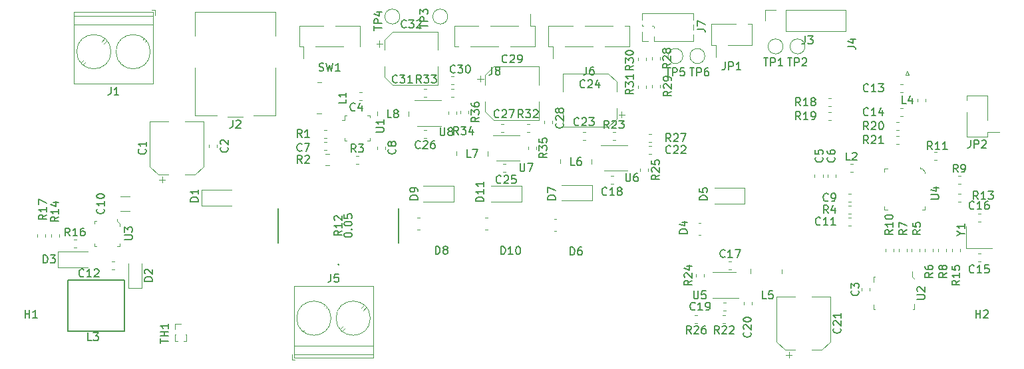
<source format=gto>
G04 #@! TF.GenerationSoftware,KiCad,Pcbnew,5.0.2+dfsg1-1*
G04 #@! TF.CreationDate,2019-02-23T22:10:21+01:00*
G04 #@! TF.ProjectId,motherboard,6d6f7468-6572-4626-9f61-72642e6b6963,rev?*
G04 #@! TF.SameCoordinates,Original*
G04 #@! TF.FileFunction,Legend,Top*
G04 #@! TF.FilePolarity,Positive*
%FSLAX46Y46*%
G04 Gerber Fmt 4.6, Leading zero omitted, Abs format (unit mm)*
G04 Created by KiCad (PCBNEW 5.0.2+dfsg1-1) date sob, 23 lut 2019, 22:10:21*
%MOMM*%
%LPD*%
G01*
G04 APERTURE LIST*
%ADD10C,0.120000*%
%ADD11C,0.200000*%
%ADD12C,0.152400*%
%ADD13C,0.100000*%
%ADD14C,0.150000*%
G04 APERTURE END LIST*
D10*
G04 #@! TO.C,TP3*
X117028000Y-80518000D02*
G75*
G03X117028000Y-80518000I-950000J0D01*
G01*
G04 #@! TO.C,TP4*
X110932000Y-80518000D02*
G75*
G03X110932000Y-80518000I-950000J0D01*
G01*
G04 #@! TO.C,R3*
X105319895Y-98275072D02*
X105662429Y-98275072D01*
X105319895Y-99295072D02*
X105662429Y-99295072D01*
G04 #@! TO.C,C1*
X80308750Y-101325750D02*
X81096250Y-101325750D01*
X80702500Y-101719500D02*
X80702500Y-100932000D01*
X84895563Y-100692000D02*
X85960000Y-99627563D01*
X80204437Y-100692000D02*
X79140000Y-99627563D01*
X80204437Y-100692000D02*
X81490000Y-100692000D01*
X84895563Y-100692000D02*
X83610000Y-100692000D01*
X85960000Y-99627563D02*
X85960000Y-93872000D01*
X79140000Y-99627563D02*
X79140000Y-93872000D01*
X79140000Y-93872000D02*
X81490000Y-93872000D01*
X85960000Y-93872000D02*
X83610000Y-93872000D01*
G04 #@! TO.C,C2*
X86612000Y-97199267D02*
X86612000Y-96856733D01*
X87632000Y-97199267D02*
X87632000Y-96856733D01*
G04 #@! TO.C,C3*
X169670000Y-115144733D02*
X169670000Y-115487267D01*
X170690000Y-115144733D02*
X170690000Y-115487267D01*
G04 #@! TO.C,C4*
X106089267Y-90168000D02*
X105746733Y-90168000D01*
X106089267Y-91188000D02*
X105746733Y-91188000D01*
G04 #@! TO.C,C5*
X164753001Y-100666733D02*
X164753001Y-101009267D01*
X163733001Y-100666733D02*
X163733001Y-101009267D01*
G04 #@! TO.C,C6*
X165352000Y-100666733D02*
X165352000Y-101009267D01*
X166372000Y-100666733D02*
X166372000Y-101009267D01*
G04 #@! TO.C,C7*
X101255895Y-97517072D02*
X101598429Y-97517072D01*
X101255895Y-96497072D02*
X101598429Y-96497072D01*
G04 #@! TO.C,C8*
X109049162Y-97089805D02*
X109049162Y-97432339D01*
X108029162Y-97089805D02*
X108029162Y-97432339D01*
G04 #@! TO.C,C9*
X168319267Y-103122000D02*
X167976733Y-103122000D01*
X168319267Y-104142000D02*
X167976733Y-104142000D01*
G04 #@! TO.C,C10*
X75343936Y-103484000D02*
X76548064Y-103484000D01*
X75343936Y-105304000D02*
X76548064Y-105304000D01*
G04 #@! TO.C,C11*
X167976733Y-106170000D02*
X168319267Y-106170000D01*
X167976733Y-107190000D02*
X168319267Y-107190000D01*
G04 #@! TO.C,C12*
X74593267Y-112778000D02*
X74250733Y-112778000D01*
X74593267Y-111758000D02*
X74250733Y-111758000D01*
G04 #@! TO.C,C13*
X174923267Y-90172000D02*
X174580733Y-90172000D01*
X174923267Y-89152000D02*
X174580733Y-89152000D01*
G04 #@! TO.C,C14*
X174923267Y-92200000D02*
X174580733Y-92200000D01*
X174923267Y-93220000D02*
X174580733Y-93220000D01*
G04 #@! TO.C,C15*
X184486733Y-110742000D02*
X184829267Y-110742000D01*
X184486733Y-111762000D02*
X184829267Y-111762000D01*
G04 #@! TO.C,C16*
X184829267Y-106682000D02*
X184486733Y-106682000D01*
X184829267Y-105662000D02*
X184486733Y-105662000D01*
G04 #@! TO.C,C17*
X152785244Y-112744064D02*
X153127778Y-112744064D01*
X152785244Y-111724064D02*
X153127778Y-111724064D01*
G04 #@! TO.C,C18*
X137750733Y-101856000D02*
X138093267Y-101856000D01*
X137750733Y-100836000D02*
X138093267Y-100836000D01*
G04 #@! TO.C,C19*
X152463200Y-118031442D02*
X152120666Y-118031442D01*
X152463200Y-117011442D02*
X152120666Y-117011442D01*
G04 #@! TO.C,C20*
X154732511Y-117231331D02*
X154732511Y-116888797D01*
X155752511Y-117231331D02*
X155752511Y-116888797D01*
G04 #@! TO.C,C21*
X165716000Y-116224000D02*
X163366000Y-116224000D01*
X158896000Y-116224000D02*
X161246000Y-116224000D01*
X158896000Y-121979563D02*
X158896000Y-116224000D01*
X165716000Y-121979563D02*
X165716000Y-116224000D01*
X164651563Y-123044000D02*
X163366000Y-123044000D01*
X159960437Y-123044000D02*
X161246000Y-123044000D01*
X159960437Y-123044000D02*
X158896000Y-121979563D01*
X164651563Y-123044000D02*
X165716000Y-121979563D01*
X160458500Y-124071500D02*
X160458500Y-123284000D01*
X160064750Y-123677750D02*
X160852250Y-123677750D01*
G04 #@! TO.C,C22*
X142919267Y-97026000D02*
X142576733Y-97026000D01*
X142919267Y-98046000D02*
X142576733Y-98046000D01*
G04 #@! TO.C,C23*
X134537267Y-95248000D02*
X134194733Y-95248000D01*
X134537267Y-96268000D02*
X134194733Y-96268000D01*
G04 #@! TO.C,C24*
X139171750Y-93427250D02*
X139171750Y-92639750D01*
X139565500Y-93033500D02*
X138778000Y-93033500D01*
X138538000Y-88840437D02*
X137473563Y-87776000D01*
X138538000Y-93531563D02*
X137473563Y-94596000D01*
X138538000Y-93531563D02*
X138538000Y-92246000D01*
X138538000Y-88840437D02*
X138538000Y-90126000D01*
X137473563Y-87776000D02*
X131718000Y-87776000D01*
X137473563Y-94596000D02*
X131718000Y-94596000D01*
X131718000Y-94596000D02*
X131718000Y-92246000D01*
X131718000Y-87776000D02*
X131718000Y-90126000D01*
G04 #@! TO.C,C25*
X124034733Y-99312000D02*
X124377267Y-99312000D01*
X124034733Y-100332000D02*
X124377267Y-100332000D01*
G04 #@! TO.C,C26*
X114001733Y-96014000D02*
X114344267Y-96014000D01*
X114001733Y-94994000D02*
X114344267Y-94994000D01*
G04 #@! TO.C,C27*
X123780733Y-95252000D02*
X124123267Y-95252000D01*
X123780733Y-94232000D02*
X124123267Y-94232000D01*
G04 #@! TO.C,C28*
X130304000Y-94151267D02*
X130304000Y-93808733D01*
X129284000Y-94151267D02*
X129284000Y-93808733D01*
G04 #@! TO.C,C29*
X128632000Y-93707000D02*
X128632000Y-91357000D01*
X128632000Y-86887000D02*
X128632000Y-89237000D01*
X122876437Y-86887000D02*
X128632000Y-86887000D01*
X122876437Y-93707000D02*
X128632000Y-93707000D01*
X121812000Y-92642563D02*
X121812000Y-91357000D01*
X121812000Y-87951437D02*
X121812000Y-89237000D01*
X121812000Y-87951437D02*
X122876437Y-86887000D01*
X121812000Y-92642563D02*
X122876437Y-93707000D01*
X120784500Y-88449500D02*
X121572000Y-88449500D01*
X121178250Y-88055750D02*
X121178250Y-88843250D01*
G04 #@! TO.C,C30*
X117430733Y-88136000D02*
X117773267Y-88136000D01*
X117430733Y-89156000D02*
X117773267Y-89156000D01*
G04 #@! TO.C,C31*
X114001733Y-89787000D02*
X114344267Y-89787000D01*
X114001733Y-90807000D02*
X114344267Y-90807000D01*
G04 #@! TO.C,C32*
X115805000Y-89262000D02*
X115805000Y-86912000D01*
X115805000Y-82442000D02*
X115805000Y-84792000D01*
X110049437Y-82442000D02*
X115805000Y-82442000D01*
X110049437Y-89262000D02*
X115805000Y-89262000D01*
X108985000Y-88197563D02*
X108985000Y-86912000D01*
X108985000Y-83506437D02*
X108985000Y-84792000D01*
X108985000Y-83506437D02*
X110049437Y-82442000D01*
X108985000Y-88197563D02*
X110049437Y-89262000D01*
X107957500Y-84004500D02*
X108745000Y-84004500D01*
X108351250Y-83610750D02*
X108351250Y-84398250D01*
G04 #@! TO.C,D1*
X85684000Y-102632000D02*
X85684000Y-104632000D01*
X85684000Y-104632000D02*
X89534000Y-104632000D01*
X85684000Y-102632000D02*
X89534000Y-102632000D01*
G04 #@! TO.C,D2*
X76366000Y-115184000D02*
X78066000Y-115184000D01*
X78066000Y-115184000D02*
X78066000Y-112034000D01*
X76366000Y-115184000D02*
X76366000Y-112034000D01*
G04 #@! TO.C,D3*
X67396000Y-110506000D02*
X71246000Y-110506000D01*
X67396000Y-112506000D02*
X71246000Y-112506000D01*
X67396000Y-110506000D02*
X67396000Y-112506000D01*
G04 #@! TO.C,D4*
X148950064Y-108402489D02*
X149250064Y-108402489D01*
X148950064Y-106892489D02*
X149250064Y-106892489D01*
G04 #@! TO.C,D5*
X154820064Y-104378000D02*
X150970064Y-104378000D01*
X154820064Y-102378000D02*
X150970064Y-102378000D01*
X154820064Y-104378000D02*
X154820064Y-102378000D01*
G04 #@! TO.C,D6*
X130545584Y-106322902D02*
X130845584Y-106322902D01*
X130545584Y-107832902D02*
X130845584Y-107832902D01*
G04 #@! TO.C,D7*
X135399584Y-104013902D02*
X135399584Y-102013902D01*
X135399584Y-102013902D02*
X131549584Y-102013902D01*
X135399584Y-104013902D02*
X131549584Y-104013902D01*
G04 #@! TO.C,D8*
X113170000Y-107689000D02*
X113470000Y-107689000D01*
X113170000Y-106179000D02*
X113470000Y-106179000D01*
G04 #@! TO.C,D9*
X117770000Y-104124000D02*
X117770000Y-102124000D01*
X117770000Y-102124000D02*
X113920000Y-102124000D01*
X117770000Y-104124000D02*
X113920000Y-104124000D01*
G04 #@! TO.C,D10*
X121806000Y-106179000D02*
X122106000Y-106179000D01*
X121806000Y-107689000D02*
X122106000Y-107689000D01*
G04 #@! TO.C,D11*
X126406000Y-104124000D02*
X122556000Y-104124000D01*
X126406000Y-102124000D02*
X122556000Y-102124000D01*
X126406000Y-104124000D02*
X126406000Y-102124000D01*
G04 #@! TO.C,J1*
X79180000Y-85000000D02*
G75*
G03X79180000Y-85000000I-2180000J0D01*
G01*
X74180000Y-85000000D02*
G75*
G03X74180000Y-85000000I-2180000J0D01*
G01*
X79560000Y-80400000D02*
X69440000Y-80400000D01*
X79560000Y-81500000D02*
X69440000Y-81500000D01*
X79560000Y-89060000D02*
X69440000Y-89060000D01*
X79560000Y-79940000D02*
X69440000Y-79940000D01*
X79560000Y-89060000D02*
X79560000Y-79940000D01*
X69440000Y-89060000D02*
X69440000Y-79940000D01*
X75346000Y-86388000D02*
X75453000Y-86281000D01*
X78282000Y-83453000D02*
X78388000Y-83346000D01*
X75612000Y-86654000D02*
X75719000Y-86547000D01*
X78548000Y-83719000D02*
X78654000Y-83612000D01*
X70346000Y-86388000D02*
X70741000Y-85992000D01*
X73007000Y-83726000D02*
X73387000Y-83346000D01*
X70612000Y-86654000D02*
X70992000Y-86274000D01*
X73258000Y-84008000D02*
X73653000Y-83612000D01*
X79800000Y-80340000D02*
X79800000Y-79700000D01*
X79800000Y-79700000D02*
X79400000Y-79700000D01*
G04 #@! TO.C,J2*
X95110000Y-87050000D02*
X95110000Y-93110000D01*
X95110000Y-93110000D02*
X92300000Y-93110000D01*
X87700000Y-93110000D02*
X84890000Y-93110000D01*
X84890000Y-93110000D02*
X84890000Y-87050000D01*
X84890000Y-82950000D02*
X84890000Y-79890000D01*
X84890000Y-79890000D02*
X95110000Y-79890000D01*
X95110000Y-79890000D02*
X95110000Y-82950000D01*
X91000000Y-93300000D02*
X89000000Y-93300000D01*
G04 #@! TO.C,J3*
X160020000Y-82356000D02*
X160020000Y-79696000D01*
X160020000Y-82356000D02*
X167700000Y-82356000D01*
X167700000Y-82356000D02*
X167700000Y-79696000D01*
X160020000Y-79696000D02*
X167700000Y-79696000D01*
X157420000Y-79696000D02*
X158750000Y-79696000D01*
X157420000Y-81026000D02*
X157420000Y-79696000D01*
G04 #@! TO.C,J4*
X175250000Y-88000000D02*
X175500000Y-87500000D01*
X175750000Y-88000000D02*
X175250000Y-88000000D01*
X175500000Y-87500000D02*
X175750000Y-88000000D01*
G04 #@! TO.C,J5*
X97200000Y-124300000D02*
X97600000Y-124300000D01*
X97200000Y-123660000D02*
X97200000Y-124300000D01*
X103742000Y-119992000D02*
X103347000Y-120388000D01*
X106388000Y-117346000D02*
X106008000Y-117726000D01*
X103993000Y-120274000D02*
X103613000Y-120654000D01*
X106654000Y-117612000D02*
X106259000Y-118008000D01*
X98452000Y-120281000D02*
X98346000Y-120388000D01*
X101388000Y-117346000D02*
X101281000Y-117453000D01*
X98718000Y-120547000D02*
X98612000Y-120654000D01*
X101654000Y-117612000D02*
X101547000Y-117719000D01*
X107560000Y-114940000D02*
X107560000Y-124060000D01*
X97440000Y-114940000D02*
X97440000Y-124060000D01*
X97440000Y-124060000D02*
X107560000Y-124060000D01*
X97440000Y-114940000D02*
X107560000Y-114940000D01*
X97440000Y-122500000D02*
X107560000Y-122500000D01*
X97440000Y-123600000D02*
X107560000Y-123600000D01*
X107180000Y-119000000D02*
G75*
G03X107180000Y-119000000I-2180000J0D01*
G01*
X102180000Y-119000000D02*
G75*
G03X102180000Y-119000000I-2180000J0D01*
G01*
G04 #@! TO.C,J6*
X137030000Y-84330000D02*
X140140000Y-84330000D01*
X131950000Y-84330000D02*
X135510000Y-84330000D01*
X134490000Y-81670000D02*
X138050000Y-81670000D01*
X139570000Y-81670000D02*
X140140000Y-81670000D01*
X129860000Y-84330000D02*
X130430000Y-84330000D01*
X130430000Y-84330000D02*
X130430000Y-85850000D01*
X129860000Y-81670000D02*
X132970000Y-81670000D01*
X140140000Y-84330000D02*
X140140000Y-81670000D01*
X129860000Y-84330000D02*
X129860000Y-81670000D01*
G04 #@! TO.C,J7*
X148269000Y-83630000D02*
X148269000Y-82807530D01*
X148269000Y-80922470D02*
X148269000Y-80100000D01*
X148269000Y-82192470D02*
X148269000Y-81537530D01*
X143254000Y-83630000D02*
X148269000Y-83630000D01*
X141799000Y-80100000D02*
X148269000Y-80100000D01*
X143254000Y-83630000D02*
X143254000Y-83063471D01*
X143254000Y-81936529D02*
X143254000Y-81793471D01*
X143200529Y-81740000D02*
X143057471Y-81740000D01*
X141930529Y-81740000D02*
X141799000Y-81740000D01*
X141799000Y-81740000D02*
X141799000Y-81537530D01*
X141799000Y-80922470D02*
X141799000Y-80100000D01*
X142494000Y-83630000D02*
X141734000Y-83630000D01*
X141734000Y-83630000D02*
X141734000Y-82500000D01*
G04 #@! TO.C,J8*
X128140000Y-81670000D02*
X128140000Y-84330000D01*
X117860000Y-81670000D02*
X117860000Y-84330000D01*
X128140000Y-84330000D02*
X125030000Y-84330000D01*
X127570000Y-81670000D02*
X127570000Y-80150000D01*
X128140000Y-81670000D02*
X127570000Y-81670000D01*
X118430000Y-84330000D02*
X117860000Y-84330000D01*
X123510000Y-84330000D02*
X119950000Y-84330000D01*
X126050000Y-81670000D02*
X122490000Y-81670000D01*
X120970000Y-81670000D02*
X117860000Y-81670000D01*
G04 #@! TO.C,JP1*
X152652000Y-84134000D02*
X155762000Y-84134000D01*
X155192000Y-81474000D02*
X155762000Y-81474000D01*
X150562000Y-84134000D02*
X151132000Y-84134000D01*
X151132000Y-84134000D02*
X151132000Y-85654000D01*
X150562000Y-81474000D02*
X153672000Y-81474000D01*
X155762000Y-84134000D02*
X155762000Y-81474000D01*
X150562000Y-84134000D02*
X150562000Y-81474000D01*
G04 #@! TO.C,JP2*
X185734000Y-95818000D02*
X183074000Y-95818000D01*
X185734000Y-90618000D02*
X183074000Y-90618000D01*
X183074000Y-95818000D02*
X183074000Y-92708000D01*
X185734000Y-95248000D02*
X187254000Y-95248000D01*
X185734000Y-95818000D02*
X185734000Y-95248000D01*
X183074000Y-91188000D02*
X183074000Y-90618000D01*
X185734000Y-93728000D02*
X185734000Y-90618000D01*
G04 #@! TO.C,L1*
X100965162Y-92911072D02*
X100365162Y-92911072D01*
X100965162Y-88911072D02*
X100465162Y-88911072D01*
G04 #@! TO.C,L2*
X168230733Y-100332000D02*
X168573267Y-100332000D01*
X168230733Y-99312000D02*
X168573267Y-99312000D01*
D11*
G04 #@! TO.C,L3*
X75882000Y-120666000D02*
X75882000Y-114166000D01*
X68682000Y-120666000D02*
X75882000Y-120666000D01*
X75882000Y-114166000D02*
X68682000Y-114166000D01*
X68682000Y-114166000D02*
X68682000Y-120666000D01*
D10*
G04 #@! TO.C,L4*
X176782000Y-91014733D02*
X176782000Y-91357267D01*
X177802000Y-91014733D02*
X177802000Y-91357267D01*
G04 #@! TO.C,L5*
X155528511Y-113296064D02*
X155528511Y-112696064D01*
X159528511Y-113296064D02*
X159528511Y-112796064D01*
G04 #@! TO.C,L6*
X131350000Y-98760000D02*
X131350000Y-99260000D01*
X135350000Y-98760000D02*
X135350000Y-99360000D01*
G04 #@! TO.C,L7*
X118142000Y-97691000D02*
X118142000Y-98191000D01*
X122142000Y-97691000D02*
X122142000Y-98291000D01*
G04 #@! TO.C,L8*
X112045500Y-92664000D02*
X112045500Y-93264000D01*
X108045500Y-92664000D02*
X108045500Y-93164000D01*
G04 #@! TO.C,R1*
X101255895Y-95993072D02*
X101598429Y-95993072D01*
X101255895Y-94973072D02*
X101598429Y-94973072D01*
G04 #@! TO.C,R2*
X101419910Y-98075072D02*
X101942414Y-98075072D01*
X101419910Y-99495072D02*
X101942414Y-99495072D01*
G04 #@! TO.C,R4*
X168319267Y-105666000D02*
X167976733Y-105666000D01*
X168319267Y-104646000D02*
X167976733Y-104646000D01*
G04 #@! TO.C,R5*
X177054561Y-110470935D02*
X177054561Y-110128401D01*
X176034561Y-110470935D02*
X176034561Y-110128401D01*
G04 #@! TO.C,R6*
X177720000Y-110485267D02*
X177720000Y-110142733D01*
X178740000Y-110485267D02*
X178740000Y-110142733D01*
G04 #@! TO.C,R7*
X175490000Y-110485267D02*
X175490000Y-110142733D01*
X174470000Y-110485267D02*
X174470000Y-110142733D01*
G04 #@! TO.C,R8*
X179470000Y-110485267D02*
X179470000Y-110142733D01*
X180490000Y-110485267D02*
X180490000Y-110142733D01*
G04 #@! TO.C,R9*
X181946733Y-101856000D02*
X182289267Y-101856000D01*
X181946733Y-100836000D02*
X182289267Y-100836000D01*
G04 #@! TO.C,R10*
X173740000Y-110485267D02*
X173740000Y-110142733D01*
X172720000Y-110485267D02*
X172720000Y-110142733D01*
G04 #@! TO.C,R11*
X179241267Y-97788000D02*
X178898733Y-97788000D01*
X179241267Y-98808000D02*
X178898733Y-98808000D01*
D12*
G04 #@! TO.C,R12*
X103200200Y-112153700D02*
G75*
G03X103200200Y-112153700I-76200J0D01*
G01*
X95491300Y-105016652D02*
X95491300Y-109359348D01*
X110756700Y-109359348D02*
X110756700Y-105016652D01*
D10*
G04 #@! TO.C,R13*
X182289267Y-104142000D02*
X181946733Y-104142000D01*
X182289267Y-103122000D02*
X181946733Y-103122000D01*
G04 #@! TO.C,R14*
X67566000Y-108286733D02*
X67566000Y-108629267D01*
X66546000Y-108286733D02*
X66546000Y-108629267D01*
G04 #@! TO.C,R15*
X181220000Y-110485267D02*
X181220000Y-110142733D01*
X182240000Y-110485267D02*
X182240000Y-110142733D01*
G04 #@! TO.C,R16*
X69424733Y-108964000D02*
X69767267Y-108964000D01*
X69424733Y-109984000D02*
X69767267Y-109984000D01*
G04 #@! TO.C,R17*
X65788000Y-108629267D02*
X65788000Y-108286733D01*
X64768000Y-108629267D02*
X64768000Y-108286733D01*
G04 #@! TO.C,R18*
X165436733Y-90930000D02*
X165779267Y-90930000D01*
X165436733Y-91950000D02*
X165779267Y-91950000D01*
G04 #@! TO.C,R19*
X165436733Y-92708000D02*
X165779267Y-92708000D01*
X165436733Y-93728000D02*
X165779267Y-93728000D01*
G04 #@! TO.C,R20*
X174072733Y-94998000D02*
X174415267Y-94998000D01*
X174072733Y-93978000D02*
X174415267Y-93978000D01*
G04 #@! TO.C,R21*
X174415267Y-96776000D02*
X174072733Y-96776000D01*
X174415267Y-95756000D02*
X174072733Y-95756000D01*
G04 #@! TO.C,R22*
X152365778Y-118582064D02*
X152023244Y-118582064D01*
X152365778Y-119602064D02*
X152023244Y-119602064D01*
G04 #@! TO.C,R23*
X138004733Y-95248000D02*
X138347267Y-95248000D01*
X138004733Y-96268000D02*
X138347267Y-96268000D01*
G04 #@! TO.C,R24*
X148588000Y-113709267D02*
X148588000Y-113366733D01*
X149608000Y-113709267D02*
X149608000Y-113366733D01*
G04 #@! TO.C,R25*
X141476000Y-99904733D02*
X141476000Y-100247267D01*
X142496000Y-99904733D02*
X142496000Y-100247267D01*
G04 #@! TO.C,R26*
X148809778Y-118582064D02*
X148467244Y-118582064D01*
X148809778Y-119602064D02*
X148467244Y-119602064D01*
G04 #@! TO.C,R27*
X142576733Y-96522000D02*
X142919267Y-96522000D01*
X142576733Y-95502000D02*
X142919267Y-95502000D01*
G04 #@! TO.C,R28*
X143000000Y-85680733D02*
X143000000Y-86023267D01*
X144020000Y-85680733D02*
X144020000Y-86023267D01*
G04 #@! TO.C,R29*
X144020000Y-89579267D02*
X144020000Y-89236733D01*
X143000000Y-89579267D02*
X143000000Y-89236733D01*
G04 #@! TO.C,R30*
X142268963Y-85784961D02*
X142268963Y-86127495D01*
X141248963Y-85784961D02*
X141248963Y-86127495D01*
G04 #@! TO.C,R31*
X141248963Y-89340961D02*
X141248963Y-89683495D01*
X142268963Y-89340961D02*
X142268963Y-89683495D01*
G04 #@! TO.C,R32*
X127082733Y-95252000D02*
X127425267Y-95252000D01*
X127082733Y-94232000D02*
X127425267Y-94232000D01*
G04 #@! TO.C,R33*
X117430733Y-90807000D02*
X117773267Y-90807000D01*
X117430733Y-89787000D02*
X117773267Y-89787000D01*
G04 #@! TO.C,R34*
X118112000Y-92602233D02*
X118112000Y-92944767D01*
X117092000Y-92602233D02*
X117092000Y-92944767D01*
G04 #@! TO.C,R35*
X128272000Y-97110733D02*
X128272000Y-97453267D01*
X127252000Y-97110733D02*
X127252000Y-97453267D01*
G04 #@! TO.C,R36*
X119636000Y-92538733D02*
X119636000Y-92881267D01*
X118616000Y-92538733D02*
X118616000Y-92881267D01*
G04 #@! TO.C,SW1*
X98130000Y-84330000D02*
X98130000Y-81670000D01*
X105870000Y-84330000D02*
X105870000Y-81670000D01*
X98130000Y-81670000D02*
X101240000Y-81670000D01*
X98700000Y-84330000D02*
X98700000Y-85850000D01*
X98130000Y-84330000D02*
X98700000Y-84330000D01*
X105300000Y-81670000D02*
X105870000Y-81670000D01*
X102760000Y-81670000D02*
X105870000Y-81670000D01*
X100220000Y-84330000D02*
X103780000Y-84330000D01*
G04 #@! TO.C,TH1*
X82363000Y-121956000D02*
X82663507Y-121956000D01*
X83452493Y-121956000D02*
X83753000Y-121956000D01*
X82363000Y-121081000D02*
X82363000Y-121956000D01*
X83753000Y-121081000D02*
X83753000Y-121956000D01*
X82363000Y-121081000D02*
X82449724Y-121081000D01*
X83666276Y-121081000D02*
X83753000Y-121081000D01*
X82363000Y-120396000D02*
X82363000Y-119711000D01*
X82363000Y-119711000D02*
X83058000Y-119711000D01*
G04 #@! TO.C,TP1*
X159700000Y-84328000D02*
G75*
G03X159700000Y-84328000I-950000J0D01*
G01*
G04 #@! TO.C,TP2*
X162494000Y-84328000D02*
G75*
G03X162494000Y-84328000I-950000J0D01*
G01*
G04 #@! TO.C,TP5*
X146955969Y-85555105D02*
G75*
G03X146955969Y-85555105I-950000J0D01*
G01*
G04 #@! TO.C,TP6*
X149749969Y-85555105D02*
G75*
G03X149749969Y-85555105I-950000J0D01*
G01*
D13*
G04 #@! TO.C,U1*
X107091162Y-96321072D02*
X107091162Y-96021072D01*
X107091162Y-96321072D02*
X106791162Y-96321072D01*
X103891162Y-96321072D02*
X103891162Y-96021072D01*
X103891162Y-96321072D02*
X104191162Y-96321072D01*
X103891162Y-93121072D02*
X103891162Y-93721072D01*
X103891162Y-93721072D02*
X103591162Y-93721072D01*
X103891162Y-93121072D02*
X104191162Y-93121072D01*
X107091162Y-93121072D02*
X107091162Y-93421072D01*
X107091162Y-93121072D02*
X106791162Y-93121072D01*
G04 #@! TO.C,U2*
X171394561Y-113699668D02*
X171194561Y-113699668D01*
X171194561Y-113699668D02*
X171194561Y-114399668D01*
X171394561Y-117899668D02*
X171194561Y-117899668D01*
X171194561Y-117899668D02*
X171194561Y-117299668D01*
X176394561Y-117199668D02*
X176394561Y-117899668D01*
X176394561Y-117899668D02*
X176194561Y-117899668D01*
X176414561Y-113999668D02*
X176114561Y-113699668D01*
X176114561Y-113699668D02*
X176114561Y-112999668D01*
G04 #@! TO.C,U3*
X75260000Y-107304000D02*
X75260000Y-106929000D01*
X75260000Y-106929000D02*
X74960000Y-106629000D01*
X74960000Y-106629000D02*
X74960000Y-106354000D01*
X75260000Y-109804000D02*
X75260000Y-109504000D01*
X75260000Y-109804000D02*
X74960000Y-109804000D01*
X72060000Y-109804000D02*
X72360000Y-109804000D01*
X72060000Y-109804000D02*
X72060000Y-109504000D01*
X72060000Y-106604000D02*
X72060000Y-106904000D01*
X72060000Y-106604000D02*
X72360000Y-106604000D01*
G04 #@! TO.C,U4*
X177780000Y-100544000D02*
X177780000Y-100344000D01*
X177780000Y-100344000D02*
X177380000Y-99944000D01*
X177380000Y-99944000D02*
X177180000Y-99944000D01*
X177180000Y-99944000D02*
X177180000Y-99744000D01*
X172580000Y-100344000D02*
X172580000Y-99944000D01*
X172580000Y-99944000D02*
X172980000Y-99944000D01*
X177780000Y-105144000D02*
X177780000Y-104744000D01*
X177780000Y-105144000D02*
X177380000Y-105144000D01*
X172980000Y-105144000D02*
X172580000Y-105144000D01*
X172580000Y-105144000D02*
X172580000Y-104744000D01*
D10*
G04 #@! TO.C,U5*
X153694511Y-113154064D02*
X150694511Y-113154064D01*
X154069511Y-116394064D02*
X150694511Y-116394064D01*
G04 #@! TO.C,U6*
X136555000Y-96932000D02*
X139930000Y-96932000D01*
X136930000Y-100172000D02*
X139930000Y-100172000D01*
G04 #@! TO.C,U7*
X122839000Y-95662000D02*
X126214000Y-95662000D01*
X123214000Y-98902000D02*
X126214000Y-98902000D01*
G04 #@! TO.C,U8*
X113174500Y-94472000D02*
X116174500Y-94472000D01*
X112799500Y-91232000D02*
X116174500Y-91232000D01*
G04 #@! TO.C,Y1*
X183008000Y-107312000D02*
X183008000Y-110112000D01*
X183008000Y-110112000D02*
X186308000Y-110112000D01*
G04 #@! TO.C,TP3*
D14*
X113498380Y-82033904D02*
X113498380Y-81462476D01*
X114498380Y-81748190D02*
X113498380Y-81748190D01*
X114498380Y-81129142D02*
X113498380Y-81129142D01*
X113498380Y-80748190D01*
X113546000Y-80652952D01*
X113593619Y-80605333D01*
X113688857Y-80557714D01*
X113831714Y-80557714D01*
X113926952Y-80605333D01*
X113974571Y-80652952D01*
X114022190Y-80748190D01*
X114022190Y-81129142D01*
X113498380Y-80224380D02*
X113498380Y-79605333D01*
X113879333Y-79938666D01*
X113879333Y-79795809D01*
X113926952Y-79700571D01*
X113974571Y-79652952D01*
X114069809Y-79605333D01*
X114307904Y-79605333D01*
X114403142Y-79652952D01*
X114450761Y-79700571D01*
X114498380Y-79795809D01*
X114498380Y-80081523D01*
X114450761Y-80176761D01*
X114403142Y-80224380D01*
G04 #@! TO.C,TP4*
X107656380Y-82287904D02*
X107656380Y-81716476D01*
X108656380Y-82002190D02*
X107656380Y-82002190D01*
X108656380Y-81383142D02*
X107656380Y-81383142D01*
X107656380Y-81002190D01*
X107704000Y-80906952D01*
X107751619Y-80859333D01*
X107846857Y-80811714D01*
X107989714Y-80811714D01*
X108084952Y-80859333D01*
X108132571Y-80906952D01*
X108180190Y-81002190D01*
X108180190Y-81383142D01*
X107989714Y-79954571D02*
X108656380Y-79954571D01*
X107608761Y-80192666D02*
X108323047Y-80430761D01*
X108323047Y-79811714D01*
G04 #@! TO.C,R3*
X105324495Y-97807452D02*
X104991162Y-97331262D01*
X104753066Y-97807452D02*
X104753066Y-96807452D01*
X105134019Y-96807452D01*
X105229257Y-96855072D01*
X105276876Y-96902691D01*
X105324495Y-96997929D01*
X105324495Y-97140786D01*
X105276876Y-97236024D01*
X105229257Y-97283643D01*
X105134019Y-97331262D01*
X104753066Y-97331262D01*
X105657828Y-96807452D02*
X106276876Y-96807452D01*
X105943542Y-97188405D01*
X106086400Y-97188405D01*
X106181638Y-97236024D01*
X106229257Y-97283643D01*
X106276876Y-97378881D01*
X106276876Y-97616976D01*
X106229257Y-97712214D01*
X106181638Y-97759833D01*
X106086400Y-97807452D01*
X105800685Y-97807452D01*
X105705447Y-97759833D01*
X105657828Y-97712214D01*
G04 #@! TO.C,C1*
X78557142Y-97448666D02*
X78604761Y-97496285D01*
X78652380Y-97639142D01*
X78652380Y-97734380D01*
X78604761Y-97877238D01*
X78509523Y-97972476D01*
X78414285Y-98020095D01*
X78223809Y-98067714D01*
X78080952Y-98067714D01*
X77890476Y-98020095D01*
X77795238Y-97972476D01*
X77700000Y-97877238D01*
X77652380Y-97734380D01*
X77652380Y-97639142D01*
X77700000Y-97496285D01*
X77747619Y-97448666D01*
X78652380Y-96496285D02*
X78652380Y-97067714D01*
X78652380Y-96782000D02*
X77652380Y-96782000D01*
X77795238Y-96877238D01*
X77890476Y-96972476D01*
X77938095Y-97067714D01*
G04 #@! TO.C,C2*
X89003142Y-97194666D02*
X89050761Y-97242285D01*
X89098380Y-97385142D01*
X89098380Y-97480380D01*
X89050761Y-97623238D01*
X88955523Y-97718476D01*
X88860285Y-97766095D01*
X88669809Y-97813714D01*
X88526952Y-97813714D01*
X88336476Y-97766095D01*
X88241238Y-97718476D01*
X88146000Y-97623238D01*
X88098380Y-97480380D01*
X88098380Y-97385142D01*
X88146000Y-97242285D01*
X88193619Y-97194666D01*
X88193619Y-96813714D02*
X88146000Y-96766095D01*
X88098380Y-96670857D01*
X88098380Y-96432761D01*
X88146000Y-96337523D01*
X88193619Y-96289904D01*
X88288857Y-96242285D01*
X88384095Y-96242285D01*
X88526952Y-96289904D01*
X89098380Y-96861333D01*
X89098380Y-96242285D01*
G04 #@! TO.C,C3*
X169267142Y-115482666D02*
X169314761Y-115530285D01*
X169362380Y-115673142D01*
X169362380Y-115768380D01*
X169314761Y-115911238D01*
X169219523Y-116006476D01*
X169124285Y-116054095D01*
X168933809Y-116101714D01*
X168790952Y-116101714D01*
X168600476Y-116054095D01*
X168505238Y-116006476D01*
X168410000Y-115911238D01*
X168362380Y-115768380D01*
X168362380Y-115673142D01*
X168410000Y-115530285D01*
X168457619Y-115482666D01*
X168362380Y-115149333D02*
X168362380Y-114530285D01*
X168743333Y-114863619D01*
X168743333Y-114720761D01*
X168790952Y-114625523D01*
X168838571Y-114577904D01*
X168933809Y-114530285D01*
X169171904Y-114530285D01*
X169267142Y-114577904D01*
X169314761Y-114625523D01*
X169362380Y-114720761D01*
X169362380Y-115006476D01*
X169314761Y-115101714D01*
X169267142Y-115149333D01*
G04 #@! TO.C,C4*
X105243333Y-92465142D02*
X105195714Y-92512761D01*
X105052857Y-92560380D01*
X104957619Y-92560380D01*
X104814761Y-92512761D01*
X104719523Y-92417523D01*
X104671904Y-92322285D01*
X104624285Y-92131809D01*
X104624285Y-91988952D01*
X104671904Y-91798476D01*
X104719523Y-91703238D01*
X104814761Y-91608000D01*
X104957619Y-91560380D01*
X105052857Y-91560380D01*
X105195714Y-91608000D01*
X105243333Y-91655619D01*
X106100476Y-91893714D02*
X106100476Y-92560380D01*
X105862380Y-91512761D02*
X105624285Y-92227047D01*
X106243333Y-92227047D01*
G04 #@! TO.C,C5*
X164695142Y-98464666D02*
X164742761Y-98512285D01*
X164790380Y-98655142D01*
X164790380Y-98750380D01*
X164742761Y-98893238D01*
X164647523Y-98988476D01*
X164552285Y-99036095D01*
X164361809Y-99083714D01*
X164218952Y-99083714D01*
X164028476Y-99036095D01*
X163933238Y-98988476D01*
X163838000Y-98893238D01*
X163790380Y-98750380D01*
X163790380Y-98655142D01*
X163838000Y-98512285D01*
X163885619Y-98464666D01*
X163790380Y-97559904D02*
X163790380Y-98036095D01*
X164266571Y-98083714D01*
X164218952Y-98036095D01*
X164171333Y-97940857D01*
X164171333Y-97702761D01*
X164218952Y-97607523D01*
X164266571Y-97559904D01*
X164361809Y-97512285D01*
X164599904Y-97512285D01*
X164695142Y-97559904D01*
X164742761Y-97607523D01*
X164790380Y-97702761D01*
X164790380Y-97940857D01*
X164742761Y-98036095D01*
X164695142Y-98083714D01*
G04 #@! TO.C,C6*
X166219142Y-98464666D02*
X166266761Y-98512285D01*
X166314380Y-98655142D01*
X166314380Y-98750380D01*
X166266761Y-98893238D01*
X166171523Y-98988476D01*
X166076285Y-99036095D01*
X165885809Y-99083714D01*
X165742952Y-99083714D01*
X165552476Y-99036095D01*
X165457238Y-98988476D01*
X165362000Y-98893238D01*
X165314380Y-98750380D01*
X165314380Y-98655142D01*
X165362000Y-98512285D01*
X165409619Y-98464666D01*
X165314380Y-97607523D02*
X165314380Y-97798000D01*
X165362000Y-97893238D01*
X165409619Y-97940857D01*
X165552476Y-98036095D01*
X165742952Y-98083714D01*
X166123904Y-98083714D01*
X166219142Y-98036095D01*
X166266761Y-97988476D01*
X166314380Y-97893238D01*
X166314380Y-97702761D01*
X166266761Y-97607523D01*
X166219142Y-97559904D01*
X166123904Y-97512285D01*
X165885809Y-97512285D01*
X165790571Y-97559904D01*
X165742952Y-97607523D01*
X165695333Y-97702761D01*
X165695333Y-97893238D01*
X165742952Y-97988476D01*
X165790571Y-98036095D01*
X165885809Y-98083714D01*
G04 #@! TO.C,C7*
X98466495Y-97618214D02*
X98418876Y-97665833D01*
X98276019Y-97713452D01*
X98180781Y-97713452D01*
X98037923Y-97665833D01*
X97942685Y-97570595D01*
X97895066Y-97475357D01*
X97847447Y-97284881D01*
X97847447Y-97142024D01*
X97895066Y-96951548D01*
X97942685Y-96856310D01*
X98037923Y-96761072D01*
X98180781Y-96713452D01*
X98276019Y-96713452D01*
X98418876Y-96761072D01*
X98466495Y-96808691D01*
X98799828Y-96713452D02*
X99466495Y-96713452D01*
X99037923Y-97713452D01*
G04 #@! TO.C,C8*
X110326304Y-97427738D02*
X110373923Y-97475357D01*
X110421542Y-97618214D01*
X110421542Y-97713452D01*
X110373923Y-97856310D01*
X110278685Y-97951548D01*
X110183447Y-97999167D01*
X109992971Y-98046786D01*
X109850114Y-98046786D01*
X109659638Y-97999167D01*
X109564400Y-97951548D01*
X109469162Y-97856310D01*
X109421542Y-97713452D01*
X109421542Y-97618214D01*
X109469162Y-97475357D01*
X109516781Y-97427738D01*
X109850114Y-96856310D02*
X109802495Y-96951548D01*
X109754876Y-96999167D01*
X109659638Y-97046786D01*
X109612019Y-97046786D01*
X109516781Y-96999167D01*
X109469162Y-96951548D01*
X109421542Y-96856310D01*
X109421542Y-96665833D01*
X109469162Y-96570595D01*
X109516781Y-96522976D01*
X109612019Y-96475357D01*
X109659638Y-96475357D01*
X109754876Y-96522976D01*
X109802495Y-96570595D01*
X109850114Y-96665833D01*
X109850114Y-96856310D01*
X109897733Y-96951548D01*
X109945352Y-96999167D01*
X110040590Y-97046786D01*
X110231066Y-97046786D01*
X110326304Y-96999167D01*
X110373923Y-96951548D01*
X110421542Y-96856310D01*
X110421542Y-96665833D01*
X110373923Y-96570595D01*
X110326304Y-96522976D01*
X110231066Y-96475357D01*
X110040590Y-96475357D01*
X109945352Y-96522976D01*
X109897733Y-96570595D01*
X109850114Y-96665833D01*
G04 #@! TO.C,C9*
X165441333Y-103989142D02*
X165393714Y-104036761D01*
X165250857Y-104084380D01*
X165155619Y-104084380D01*
X165012761Y-104036761D01*
X164917523Y-103941523D01*
X164869904Y-103846285D01*
X164822285Y-103655809D01*
X164822285Y-103512952D01*
X164869904Y-103322476D01*
X164917523Y-103227238D01*
X165012761Y-103132000D01*
X165155619Y-103084380D01*
X165250857Y-103084380D01*
X165393714Y-103132000D01*
X165441333Y-103179619D01*
X165917523Y-104084380D02*
X166108000Y-104084380D01*
X166203238Y-104036761D01*
X166250857Y-103989142D01*
X166346095Y-103846285D01*
X166393714Y-103655809D01*
X166393714Y-103274857D01*
X166346095Y-103179619D01*
X166298476Y-103132000D01*
X166203238Y-103084380D01*
X166012761Y-103084380D01*
X165917523Y-103132000D01*
X165869904Y-103179619D01*
X165822285Y-103274857D01*
X165822285Y-103512952D01*
X165869904Y-103608190D01*
X165917523Y-103655809D01*
X166012761Y-103703428D01*
X166203238Y-103703428D01*
X166298476Y-103655809D01*
X166346095Y-103608190D01*
X166393714Y-103512952D01*
G04 #@! TO.C,C10*
X73255142Y-105036857D02*
X73302761Y-105084476D01*
X73350380Y-105227333D01*
X73350380Y-105322571D01*
X73302761Y-105465428D01*
X73207523Y-105560666D01*
X73112285Y-105608285D01*
X72921809Y-105655904D01*
X72778952Y-105655904D01*
X72588476Y-105608285D01*
X72493238Y-105560666D01*
X72398000Y-105465428D01*
X72350380Y-105322571D01*
X72350380Y-105227333D01*
X72398000Y-105084476D01*
X72445619Y-105036857D01*
X73350380Y-104084476D02*
X73350380Y-104655904D01*
X73350380Y-104370190D02*
X72350380Y-104370190D01*
X72493238Y-104465428D01*
X72588476Y-104560666D01*
X72636095Y-104655904D01*
X72350380Y-103465428D02*
X72350380Y-103370190D01*
X72398000Y-103274952D01*
X72445619Y-103227333D01*
X72540857Y-103179714D01*
X72731333Y-103132095D01*
X72969428Y-103132095D01*
X73159904Y-103179714D01*
X73255142Y-103227333D01*
X73302761Y-103274952D01*
X73350380Y-103370190D01*
X73350380Y-103465428D01*
X73302761Y-103560666D01*
X73255142Y-103608285D01*
X73159904Y-103655904D01*
X72969428Y-103703523D01*
X72731333Y-103703523D01*
X72540857Y-103655904D01*
X72445619Y-103608285D01*
X72398000Y-103560666D01*
X72350380Y-103465428D01*
G04 #@! TO.C,C11*
X164457142Y-107037142D02*
X164409523Y-107084761D01*
X164266666Y-107132380D01*
X164171428Y-107132380D01*
X164028571Y-107084761D01*
X163933333Y-106989523D01*
X163885714Y-106894285D01*
X163838095Y-106703809D01*
X163838095Y-106560952D01*
X163885714Y-106370476D01*
X163933333Y-106275238D01*
X164028571Y-106180000D01*
X164171428Y-106132380D01*
X164266666Y-106132380D01*
X164409523Y-106180000D01*
X164457142Y-106227619D01*
X165409523Y-107132380D02*
X164838095Y-107132380D01*
X165123809Y-107132380D02*
X165123809Y-106132380D01*
X165028571Y-106275238D01*
X164933333Y-106370476D01*
X164838095Y-106418095D01*
X166361904Y-107132380D02*
X165790476Y-107132380D01*
X166076190Y-107132380D02*
X166076190Y-106132380D01*
X165980952Y-106275238D01*
X165885714Y-106370476D01*
X165790476Y-106418095D01*
G04 #@! TO.C,C12*
X70731142Y-113641142D02*
X70683523Y-113688761D01*
X70540666Y-113736380D01*
X70445428Y-113736380D01*
X70302571Y-113688761D01*
X70207333Y-113593523D01*
X70159714Y-113498285D01*
X70112095Y-113307809D01*
X70112095Y-113164952D01*
X70159714Y-112974476D01*
X70207333Y-112879238D01*
X70302571Y-112784000D01*
X70445428Y-112736380D01*
X70540666Y-112736380D01*
X70683523Y-112784000D01*
X70731142Y-112831619D01*
X71683523Y-113736380D02*
X71112095Y-113736380D01*
X71397809Y-113736380D02*
X71397809Y-112736380D01*
X71302571Y-112879238D01*
X71207333Y-112974476D01*
X71112095Y-113022095D01*
X72064476Y-112831619D02*
X72112095Y-112784000D01*
X72207333Y-112736380D01*
X72445428Y-112736380D01*
X72540666Y-112784000D01*
X72588285Y-112831619D01*
X72635904Y-112926857D01*
X72635904Y-113022095D01*
X72588285Y-113164952D01*
X72016857Y-113736380D01*
X72635904Y-113736380D01*
G04 #@! TO.C,C13*
X170553142Y-90019142D02*
X170505523Y-90066761D01*
X170362666Y-90114380D01*
X170267428Y-90114380D01*
X170124571Y-90066761D01*
X170029333Y-89971523D01*
X169981714Y-89876285D01*
X169934095Y-89685809D01*
X169934095Y-89542952D01*
X169981714Y-89352476D01*
X170029333Y-89257238D01*
X170124571Y-89162000D01*
X170267428Y-89114380D01*
X170362666Y-89114380D01*
X170505523Y-89162000D01*
X170553142Y-89209619D01*
X171505523Y-90114380D02*
X170934095Y-90114380D01*
X171219809Y-90114380D02*
X171219809Y-89114380D01*
X171124571Y-89257238D01*
X171029333Y-89352476D01*
X170934095Y-89400095D01*
X171838857Y-89114380D02*
X172457904Y-89114380D01*
X172124571Y-89495333D01*
X172267428Y-89495333D01*
X172362666Y-89542952D01*
X172410285Y-89590571D01*
X172457904Y-89685809D01*
X172457904Y-89923904D01*
X172410285Y-90019142D01*
X172362666Y-90066761D01*
X172267428Y-90114380D01*
X171981714Y-90114380D01*
X171886476Y-90066761D01*
X171838857Y-90019142D01*
G04 #@! TO.C,C14*
X170553142Y-93067142D02*
X170505523Y-93114761D01*
X170362666Y-93162380D01*
X170267428Y-93162380D01*
X170124571Y-93114761D01*
X170029333Y-93019523D01*
X169981714Y-92924285D01*
X169934095Y-92733809D01*
X169934095Y-92590952D01*
X169981714Y-92400476D01*
X170029333Y-92305238D01*
X170124571Y-92210000D01*
X170267428Y-92162380D01*
X170362666Y-92162380D01*
X170505523Y-92210000D01*
X170553142Y-92257619D01*
X171505523Y-93162380D02*
X170934095Y-93162380D01*
X171219809Y-93162380D02*
X171219809Y-92162380D01*
X171124571Y-92305238D01*
X171029333Y-92400476D01*
X170934095Y-92448095D01*
X172362666Y-92495714D02*
X172362666Y-93162380D01*
X172124571Y-92114761D02*
X171886476Y-92829047D01*
X172505523Y-92829047D01*
G04 #@! TO.C,C15*
X184015142Y-113133142D02*
X183967523Y-113180761D01*
X183824666Y-113228380D01*
X183729428Y-113228380D01*
X183586571Y-113180761D01*
X183491333Y-113085523D01*
X183443714Y-112990285D01*
X183396095Y-112799809D01*
X183396095Y-112656952D01*
X183443714Y-112466476D01*
X183491333Y-112371238D01*
X183586571Y-112276000D01*
X183729428Y-112228380D01*
X183824666Y-112228380D01*
X183967523Y-112276000D01*
X184015142Y-112323619D01*
X184967523Y-113228380D02*
X184396095Y-113228380D01*
X184681809Y-113228380D02*
X184681809Y-112228380D01*
X184586571Y-112371238D01*
X184491333Y-112466476D01*
X184396095Y-112514095D01*
X185872285Y-112228380D02*
X185396095Y-112228380D01*
X185348476Y-112704571D01*
X185396095Y-112656952D01*
X185491333Y-112609333D01*
X185729428Y-112609333D01*
X185824666Y-112656952D01*
X185872285Y-112704571D01*
X185919904Y-112799809D01*
X185919904Y-113037904D01*
X185872285Y-113133142D01*
X185824666Y-113180761D01*
X185729428Y-113228380D01*
X185491333Y-113228380D01*
X185396095Y-113180761D01*
X185348476Y-113133142D01*
G04 #@! TO.C,C16*
X184015142Y-105005142D02*
X183967523Y-105052761D01*
X183824666Y-105100380D01*
X183729428Y-105100380D01*
X183586571Y-105052761D01*
X183491333Y-104957523D01*
X183443714Y-104862285D01*
X183396095Y-104671809D01*
X183396095Y-104528952D01*
X183443714Y-104338476D01*
X183491333Y-104243238D01*
X183586571Y-104148000D01*
X183729428Y-104100380D01*
X183824666Y-104100380D01*
X183967523Y-104148000D01*
X184015142Y-104195619D01*
X184967523Y-105100380D02*
X184396095Y-105100380D01*
X184681809Y-105100380D02*
X184681809Y-104100380D01*
X184586571Y-104243238D01*
X184491333Y-104338476D01*
X184396095Y-104386095D01*
X185824666Y-104100380D02*
X185634190Y-104100380D01*
X185538952Y-104148000D01*
X185491333Y-104195619D01*
X185396095Y-104338476D01*
X185348476Y-104528952D01*
X185348476Y-104909904D01*
X185396095Y-105005142D01*
X185443714Y-105052761D01*
X185538952Y-105100380D01*
X185729428Y-105100380D01*
X185824666Y-105052761D01*
X185872285Y-105005142D01*
X185919904Y-104909904D01*
X185919904Y-104671809D01*
X185872285Y-104576571D01*
X185824666Y-104528952D01*
X185729428Y-104481333D01*
X185538952Y-104481333D01*
X185443714Y-104528952D01*
X185396095Y-104576571D01*
X185348476Y-104671809D01*
G04 #@! TO.C,C17*
X152313653Y-111161206D02*
X152266034Y-111208825D01*
X152123177Y-111256444D01*
X152027939Y-111256444D01*
X151885082Y-111208825D01*
X151789844Y-111113587D01*
X151742225Y-111018349D01*
X151694606Y-110827873D01*
X151694606Y-110685016D01*
X151742225Y-110494540D01*
X151789844Y-110399302D01*
X151885082Y-110304064D01*
X152027939Y-110256444D01*
X152123177Y-110256444D01*
X152266034Y-110304064D01*
X152313653Y-110351683D01*
X153266034Y-111256444D02*
X152694606Y-111256444D01*
X152980320Y-111256444D02*
X152980320Y-110256444D01*
X152885082Y-110399302D01*
X152789844Y-110494540D01*
X152694606Y-110542159D01*
X153599368Y-110256444D02*
X154266034Y-110256444D01*
X153837463Y-111256444D01*
G04 #@! TO.C,C18*
X137279142Y-103227142D02*
X137231523Y-103274761D01*
X137088666Y-103322380D01*
X136993428Y-103322380D01*
X136850571Y-103274761D01*
X136755333Y-103179523D01*
X136707714Y-103084285D01*
X136660095Y-102893809D01*
X136660095Y-102750952D01*
X136707714Y-102560476D01*
X136755333Y-102465238D01*
X136850571Y-102370000D01*
X136993428Y-102322380D01*
X137088666Y-102322380D01*
X137231523Y-102370000D01*
X137279142Y-102417619D01*
X138231523Y-103322380D02*
X137660095Y-103322380D01*
X137945809Y-103322380D02*
X137945809Y-102322380D01*
X137850571Y-102465238D01*
X137755333Y-102560476D01*
X137660095Y-102608095D01*
X138802952Y-102750952D02*
X138707714Y-102703333D01*
X138660095Y-102655714D01*
X138612476Y-102560476D01*
X138612476Y-102512857D01*
X138660095Y-102417619D01*
X138707714Y-102370000D01*
X138802952Y-102322380D01*
X138993428Y-102322380D01*
X139088666Y-102370000D01*
X139136285Y-102417619D01*
X139183904Y-102512857D01*
X139183904Y-102560476D01*
X139136285Y-102655714D01*
X139088666Y-102703333D01*
X138993428Y-102750952D01*
X138802952Y-102750952D01*
X138707714Y-102798571D01*
X138660095Y-102846190D01*
X138612476Y-102941428D01*
X138612476Y-103131904D01*
X138660095Y-103227142D01*
X138707714Y-103274761D01*
X138802952Y-103322380D01*
X138993428Y-103322380D01*
X139088666Y-103274761D01*
X139136285Y-103227142D01*
X139183904Y-103131904D01*
X139183904Y-102941428D01*
X139136285Y-102846190D01*
X139088666Y-102798571D01*
X138993428Y-102750952D01*
G04 #@! TO.C,C19*
X148503653Y-117878584D02*
X148456034Y-117926203D01*
X148313177Y-117973822D01*
X148217939Y-117973822D01*
X148075082Y-117926203D01*
X147979844Y-117830965D01*
X147932225Y-117735727D01*
X147884606Y-117545251D01*
X147884606Y-117402394D01*
X147932225Y-117211918D01*
X147979844Y-117116680D01*
X148075082Y-117021442D01*
X148217939Y-116973822D01*
X148313177Y-116973822D01*
X148456034Y-117021442D01*
X148503653Y-117069061D01*
X149456034Y-117973822D02*
X148884606Y-117973822D01*
X149170320Y-117973822D02*
X149170320Y-116973822D01*
X149075082Y-117116680D01*
X148979844Y-117211918D01*
X148884606Y-117259537D01*
X149932225Y-117973822D02*
X150122701Y-117973822D01*
X150217939Y-117926203D01*
X150265558Y-117878584D01*
X150360796Y-117735727D01*
X150408415Y-117545251D01*
X150408415Y-117164299D01*
X150360796Y-117069061D01*
X150313177Y-117021442D01*
X150217939Y-116973822D01*
X150027463Y-116973822D01*
X149932225Y-117021442D01*
X149884606Y-117069061D01*
X149836987Y-117164299D01*
X149836987Y-117402394D01*
X149884606Y-117497632D01*
X149932225Y-117545251D01*
X150027463Y-117592870D01*
X150217939Y-117592870D01*
X150313177Y-117545251D01*
X150360796Y-117497632D01*
X150408415Y-117402394D01*
G04 #@! TO.C,C20*
X155551142Y-120784857D02*
X155598761Y-120832476D01*
X155646380Y-120975333D01*
X155646380Y-121070571D01*
X155598761Y-121213428D01*
X155503523Y-121308666D01*
X155408285Y-121356285D01*
X155217809Y-121403904D01*
X155074952Y-121403904D01*
X154884476Y-121356285D01*
X154789238Y-121308666D01*
X154694000Y-121213428D01*
X154646380Y-121070571D01*
X154646380Y-120975333D01*
X154694000Y-120832476D01*
X154741619Y-120784857D01*
X154741619Y-120403904D02*
X154694000Y-120356285D01*
X154646380Y-120261047D01*
X154646380Y-120022952D01*
X154694000Y-119927714D01*
X154741619Y-119880095D01*
X154836857Y-119832476D01*
X154932095Y-119832476D01*
X155074952Y-119880095D01*
X155646380Y-120451523D01*
X155646380Y-119832476D01*
X154646380Y-119213428D02*
X154646380Y-119118190D01*
X154694000Y-119022952D01*
X154741619Y-118975333D01*
X154836857Y-118927714D01*
X155027333Y-118880095D01*
X155265428Y-118880095D01*
X155455904Y-118927714D01*
X155551142Y-118975333D01*
X155598761Y-119022952D01*
X155646380Y-119118190D01*
X155646380Y-119213428D01*
X155598761Y-119308666D01*
X155551142Y-119356285D01*
X155455904Y-119403904D01*
X155265428Y-119451523D01*
X155027333Y-119451523D01*
X154836857Y-119403904D01*
X154741619Y-119356285D01*
X154694000Y-119308666D01*
X154646380Y-119213428D01*
G04 #@! TO.C,C21*
X166981142Y-120276857D02*
X167028761Y-120324476D01*
X167076380Y-120467333D01*
X167076380Y-120562571D01*
X167028761Y-120705428D01*
X166933523Y-120800666D01*
X166838285Y-120848285D01*
X166647809Y-120895904D01*
X166504952Y-120895904D01*
X166314476Y-120848285D01*
X166219238Y-120800666D01*
X166124000Y-120705428D01*
X166076380Y-120562571D01*
X166076380Y-120467333D01*
X166124000Y-120324476D01*
X166171619Y-120276857D01*
X166171619Y-119895904D02*
X166124000Y-119848285D01*
X166076380Y-119753047D01*
X166076380Y-119514952D01*
X166124000Y-119419714D01*
X166171619Y-119372095D01*
X166266857Y-119324476D01*
X166362095Y-119324476D01*
X166504952Y-119372095D01*
X167076380Y-119943523D01*
X167076380Y-119324476D01*
X167076380Y-118372095D02*
X167076380Y-118943523D01*
X167076380Y-118657809D02*
X166076380Y-118657809D01*
X166219238Y-118753047D01*
X166314476Y-118848285D01*
X166362095Y-118943523D01*
G04 #@! TO.C,C22*
X145407142Y-97893142D02*
X145359523Y-97940761D01*
X145216666Y-97988380D01*
X145121428Y-97988380D01*
X144978571Y-97940761D01*
X144883333Y-97845523D01*
X144835714Y-97750285D01*
X144788095Y-97559809D01*
X144788095Y-97416952D01*
X144835714Y-97226476D01*
X144883333Y-97131238D01*
X144978571Y-97036000D01*
X145121428Y-96988380D01*
X145216666Y-96988380D01*
X145359523Y-97036000D01*
X145407142Y-97083619D01*
X145788095Y-97083619D02*
X145835714Y-97036000D01*
X145930952Y-96988380D01*
X146169047Y-96988380D01*
X146264285Y-97036000D01*
X146311904Y-97083619D01*
X146359523Y-97178857D01*
X146359523Y-97274095D01*
X146311904Y-97416952D01*
X145740476Y-97988380D01*
X146359523Y-97988380D01*
X146740476Y-97083619D02*
X146788095Y-97036000D01*
X146883333Y-96988380D01*
X147121428Y-96988380D01*
X147216666Y-97036000D01*
X147264285Y-97083619D01*
X147311904Y-97178857D01*
X147311904Y-97274095D01*
X147264285Y-97416952D01*
X146692857Y-97988380D01*
X147311904Y-97988380D01*
G04 #@! TO.C,C23*
X133723142Y-94337142D02*
X133675523Y-94384761D01*
X133532666Y-94432380D01*
X133437428Y-94432380D01*
X133294571Y-94384761D01*
X133199333Y-94289523D01*
X133151714Y-94194285D01*
X133104095Y-94003809D01*
X133104095Y-93860952D01*
X133151714Y-93670476D01*
X133199333Y-93575238D01*
X133294571Y-93480000D01*
X133437428Y-93432380D01*
X133532666Y-93432380D01*
X133675523Y-93480000D01*
X133723142Y-93527619D01*
X134104095Y-93527619D02*
X134151714Y-93480000D01*
X134246952Y-93432380D01*
X134485047Y-93432380D01*
X134580285Y-93480000D01*
X134627904Y-93527619D01*
X134675523Y-93622857D01*
X134675523Y-93718095D01*
X134627904Y-93860952D01*
X134056476Y-94432380D01*
X134675523Y-94432380D01*
X135008857Y-93432380D02*
X135627904Y-93432380D01*
X135294571Y-93813333D01*
X135437428Y-93813333D01*
X135532666Y-93860952D01*
X135580285Y-93908571D01*
X135627904Y-94003809D01*
X135627904Y-94241904D01*
X135580285Y-94337142D01*
X135532666Y-94384761D01*
X135437428Y-94432380D01*
X135151714Y-94432380D01*
X135056476Y-94384761D01*
X135008857Y-94337142D01*
G04 #@! TO.C,C24*
X134485142Y-89511142D02*
X134437523Y-89558761D01*
X134294666Y-89606380D01*
X134199428Y-89606380D01*
X134056571Y-89558761D01*
X133961333Y-89463523D01*
X133913714Y-89368285D01*
X133866095Y-89177809D01*
X133866095Y-89034952D01*
X133913714Y-88844476D01*
X133961333Y-88749238D01*
X134056571Y-88654000D01*
X134199428Y-88606380D01*
X134294666Y-88606380D01*
X134437523Y-88654000D01*
X134485142Y-88701619D01*
X134866095Y-88701619D02*
X134913714Y-88654000D01*
X135008952Y-88606380D01*
X135247047Y-88606380D01*
X135342285Y-88654000D01*
X135389904Y-88701619D01*
X135437523Y-88796857D01*
X135437523Y-88892095D01*
X135389904Y-89034952D01*
X134818476Y-89606380D01*
X135437523Y-89606380D01*
X136294666Y-88939714D02*
X136294666Y-89606380D01*
X136056571Y-88558761D02*
X135818476Y-89273047D01*
X136437523Y-89273047D01*
G04 #@! TO.C,C25*
X123817142Y-101703142D02*
X123769523Y-101750761D01*
X123626666Y-101798380D01*
X123531428Y-101798380D01*
X123388571Y-101750761D01*
X123293333Y-101655523D01*
X123245714Y-101560285D01*
X123198095Y-101369809D01*
X123198095Y-101226952D01*
X123245714Y-101036476D01*
X123293333Y-100941238D01*
X123388571Y-100846000D01*
X123531428Y-100798380D01*
X123626666Y-100798380D01*
X123769523Y-100846000D01*
X123817142Y-100893619D01*
X124198095Y-100893619D02*
X124245714Y-100846000D01*
X124340952Y-100798380D01*
X124579047Y-100798380D01*
X124674285Y-100846000D01*
X124721904Y-100893619D01*
X124769523Y-100988857D01*
X124769523Y-101084095D01*
X124721904Y-101226952D01*
X124150476Y-101798380D01*
X124769523Y-101798380D01*
X125674285Y-100798380D02*
X125198095Y-100798380D01*
X125150476Y-101274571D01*
X125198095Y-101226952D01*
X125293333Y-101179333D01*
X125531428Y-101179333D01*
X125626666Y-101226952D01*
X125674285Y-101274571D01*
X125721904Y-101369809D01*
X125721904Y-101607904D01*
X125674285Y-101703142D01*
X125626666Y-101750761D01*
X125531428Y-101798380D01*
X125293333Y-101798380D01*
X125198095Y-101750761D01*
X125150476Y-101703142D01*
G04 #@! TO.C,C26*
X113530142Y-97258142D02*
X113482523Y-97305761D01*
X113339666Y-97353380D01*
X113244428Y-97353380D01*
X113101571Y-97305761D01*
X113006333Y-97210523D01*
X112958714Y-97115285D01*
X112911095Y-96924809D01*
X112911095Y-96781952D01*
X112958714Y-96591476D01*
X113006333Y-96496238D01*
X113101571Y-96401000D01*
X113244428Y-96353380D01*
X113339666Y-96353380D01*
X113482523Y-96401000D01*
X113530142Y-96448619D01*
X113911095Y-96448619D02*
X113958714Y-96401000D01*
X114053952Y-96353380D01*
X114292047Y-96353380D01*
X114387285Y-96401000D01*
X114434904Y-96448619D01*
X114482523Y-96543857D01*
X114482523Y-96639095D01*
X114434904Y-96781952D01*
X113863476Y-97353380D01*
X114482523Y-97353380D01*
X115339666Y-96353380D02*
X115149190Y-96353380D01*
X115053952Y-96401000D01*
X115006333Y-96448619D01*
X114911095Y-96591476D01*
X114863476Y-96781952D01*
X114863476Y-97162904D01*
X114911095Y-97258142D01*
X114958714Y-97305761D01*
X115053952Y-97353380D01*
X115244428Y-97353380D01*
X115339666Y-97305761D01*
X115387285Y-97258142D01*
X115434904Y-97162904D01*
X115434904Y-96924809D01*
X115387285Y-96829571D01*
X115339666Y-96781952D01*
X115244428Y-96734333D01*
X115053952Y-96734333D01*
X114958714Y-96781952D01*
X114911095Y-96829571D01*
X114863476Y-96924809D01*
G04 #@! TO.C,C27*
X123563142Y-93321142D02*
X123515523Y-93368761D01*
X123372666Y-93416380D01*
X123277428Y-93416380D01*
X123134571Y-93368761D01*
X123039333Y-93273523D01*
X122991714Y-93178285D01*
X122944095Y-92987809D01*
X122944095Y-92844952D01*
X122991714Y-92654476D01*
X123039333Y-92559238D01*
X123134571Y-92464000D01*
X123277428Y-92416380D01*
X123372666Y-92416380D01*
X123515523Y-92464000D01*
X123563142Y-92511619D01*
X123944095Y-92511619D02*
X123991714Y-92464000D01*
X124086952Y-92416380D01*
X124325047Y-92416380D01*
X124420285Y-92464000D01*
X124467904Y-92511619D01*
X124515523Y-92606857D01*
X124515523Y-92702095D01*
X124467904Y-92844952D01*
X123896476Y-93416380D01*
X124515523Y-93416380D01*
X124848857Y-92416380D02*
X125515523Y-92416380D01*
X125086952Y-93416380D01*
G04 #@! TO.C,C28*
X131675142Y-94114857D02*
X131722761Y-94162476D01*
X131770380Y-94305333D01*
X131770380Y-94400571D01*
X131722761Y-94543428D01*
X131627523Y-94638666D01*
X131532285Y-94686285D01*
X131341809Y-94733904D01*
X131198952Y-94733904D01*
X131008476Y-94686285D01*
X130913238Y-94638666D01*
X130818000Y-94543428D01*
X130770380Y-94400571D01*
X130770380Y-94305333D01*
X130818000Y-94162476D01*
X130865619Y-94114857D01*
X130865619Y-93733904D02*
X130818000Y-93686285D01*
X130770380Y-93591047D01*
X130770380Y-93352952D01*
X130818000Y-93257714D01*
X130865619Y-93210095D01*
X130960857Y-93162476D01*
X131056095Y-93162476D01*
X131198952Y-93210095D01*
X131770380Y-93781523D01*
X131770380Y-93162476D01*
X131198952Y-92591047D02*
X131151333Y-92686285D01*
X131103714Y-92733904D01*
X131008476Y-92781523D01*
X130960857Y-92781523D01*
X130865619Y-92733904D01*
X130818000Y-92686285D01*
X130770380Y-92591047D01*
X130770380Y-92400571D01*
X130818000Y-92305333D01*
X130865619Y-92257714D01*
X130960857Y-92210095D01*
X131008476Y-92210095D01*
X131103714Y-92257714D01*
X131151333Y-92305333D01*
X131198952Y-92400571D01*
X131198952Y-92591047D01*
X131246571Y-92686285D01*
X131294190Y-92733904D01*
X131389428Y-92781523D01*
X131579904Y-92781523D01*
X131675142Y-92733904D01*
X131722761Y-92686285D01*
X131770380Y-92591047D01*
X131770380Y-92400571D01*
X131722761Y-92305333D01*
X131675142Y-92257714D01*
X131579904Y-92210095D01*
X131389428Y-92210095D01*
X131294190Y-92257714D01*
X131246571Y-92305333D01*
X131198952Y-92400571D01*
G04 #@! TO.C,C29*
X124579142Y-86304142D02*
X124531523Y-86351761D01*
X124388666Y-86399380D01*
X124293428Y-86399380D01*
X124150571Y-86351761D01*
X124055333Y-86256523D01*
X124007714Y-86161285D01*
X123960095Y-85970809D01*
X123960095Y-85827952D01*
X124007714Y-85637476D01*
X124055333Y-85542238D01*
X124150571Y-85447000D01*
X124293428Y-85399380D01*
X124388666Y-85399380D01*
X124531523Y-85447000D01*
X124579142Y-85494619D01*
X124960095Y-85494619D02*
X125007714Y-85447000D01*
X125102952Y-85399380D01*
X125341047Y-85399380D01*
X125436285Y-85447000D01*
X125483904Y-85494619D01*
X125531523Y-85589857D01*
X125531523Y-85685095D01*
X125483904Y-85827952D01*
X124912476Y-86399380D01*
X125531523Y-86399380D01*
X126007714Y-86399380D02*
X126198190Y-86399380D01*
X126293428Y-86351761D01*
X126341047Y-86304142D01*
X126436285Y-86161285D01*
X126483904Y-85970809D01*
X126483904Y-85589857D01*
X126436285Y-85494619D01*
X126388666Y-85447000D01*
X126293428Y-85399380D01*
X126102952Y-85399380D01*
X126007714Y-85447000D01*
X125960095Y-85494619D01*
X125912476Y-85589857D01*
X125912476Y-85827952D01*
X125960095Y-85923190D01*
X126007714Y-85970809D01*
X126102952Y-86018428D01*
X126293428Y-86018428D01*
X126388666Y-85970809D01*
X126436285Y-85923190D01*
X126483904Y-85827952D01*
G04 #@! TO.C,C30*
X117975142Y-87606142D02*
X117927523Y-87653761D01*
X117784666Y-87701380D01*
X117689428Y-87701380D01*
X117546571Y-87653761D01*
X117451333Y-87558523D01*
X117403714Y-87463285D01*
X117356095Y-87272809D01*
X117356095Y-87129952D01*
X117403714Y-86939476D01*
X117451333Y-86844238D01*
X117546571Y-86749000D01*
X117689428Y-86701380D01*
X117784666Y-86701380D01*
X117927523Y-86749000D01*
X117975142Y-86796619D01*
X118308476Y-86701380D02*
X118927523Y-86701380D01*
X118594190Y-87082333D01*
X118737047Y-87082333D01*
X118832285Y-87129952D01*
X118879904Y-87177571D01*
X118927523Y-87272809D01*
X118927523Y-87510904D01*
X118879904Y-87606142D01*
X118832285Y-87653761D01*
X118737047Y-87701380D01*
X118451333Y-87701380D01*
X118356095Y-87653761D01*
X118308476Y-87606142D01*
X119546571Y-86701380D02*
X119641809Y-86701380D01*
X119737047Y-86749000D01*
X119784666Y-86796619D01*
X119832285Y-86891857D01*
X119879904Y-87082333D01*
X119879904Y-87320428D01*
X119832285Y-87510904D01*
X119784666Y-87606142D01*
X119737047Y-87653761D01*
X119641809Y-87701380D01*
X119546571Y-87701380D01*
X119451333Y-87653761D01*
X119403714Y-87606142D01*
X119356095Y-87510904D01*
X119308476Y-87320428D01*
X119308476Y-87082333D01*
X119356095Y-86891857D01*
X119403714Y-86796619D01*
X119451333Y-86749000D01*
X119546571Y-86701380D01*
G04 #@! TO.C,C31*
X110609142Y-88876142D02*
X110561523Y-88923761D01*
X110418666Y-88971380D01*
X110323428Y-88971380D01*
X110180571Y-88923761D01*
X110085333Y-88828523D01*
X110037714Y-88733285D01*
X109990095Y-88542809D01*
X109990095Y-88399952D01*
X110037714Y-88209476D01*
X110085333Y-88114238D01*
X110180571Y-88019000D01*
X110323428Y-87971380D01*
X110418666Y-87971380D01*
X110561523Y-88019000D01*
X110609142Y-88066619D01*
X110942476Y-87971380D02*
X111561523Y-87971380D01*
X111228190Y-88352333D01*
X111371047Y-88352333D01*
X111466285Y-88399952D01*
X111513904Y-88447571D01*
X111561523Y-88542809D01*
X111561523Y-88780904D01*
X111513904Y-88876142D01*
X111466285Y-88923761D01*
X111371047Y-88971380D01*
X111085333Y-88971380D01*
X110990095Y-88923761D01*
X110942476Y-88876142D01*
X112513904Y-88971380D02*
X111942476Y-88971380D01*
X112228190Y-88971380D02*
X112228190Y-87971380D01*
X112132952Y-88114238D01*
X112037714Y-88209476D01*
X111942476Y-88257095D01*
G04 #@! TO.C,C32*
X111752142Y-81859142D02*
X111704523Y-81906761D01*
X111561666Y-81954380D01*
X111466428Y-81954380D01*
X111323571Y-81906761D01*
X111228333Y-81811523D01*
X111180714Y-81716285D01*
X111133095Y-81525809D01*
X111133095Y-81382952D01*
X111180714Y-81192476D01*
X111228333Y-81097238D01*
X111323571Y-81002000D01*
X111466428Y-80954380D01*
X111561666Y-80954380D01*
X111704523Y-81002000D01*
X111752142Y-81049619D01*
X112085476Y-80954380D02*
X112704523Y-80954380D01*
X112371190Y-81335333D01*
X112514047Y-81335333D01*
X112609285Y-81382952D01*
X112656904Y-81430571D01*
X112704523Y-81525809D01*
X112704523Y-81763904D01*
X112656904Y-81859142D01*
X112609285Y-81906761D01*
X112514047Y-81954380D01*
X112228333Y-81954380D01*
X112133095Y-81906761D01*
X112085476Y-81859142D01*
X113085476Y-81049619D02*
X113133095Y-81002000D01*
X113228333Y-80954380D01*
X113466428Y-80954380D01*
X113561666Y-81002000D01*
X113609285Y-81049619D01*
X113656904Y-81144857D01*
X113656904Y-81240095D01*
X113609285Y-81382952D01*
X113037857Y-81954380D01*
X113656904Y-81954380D01*
G04 #@! TO.C,D1*
X85288380Y-104116095D02*
X84288380Y-104116095D01*
X84288380Y-103878000D01*
X84336000Y-103735142D01*
X84431238Y-103639904D01*
X84526476Y-103592285D01*
X84716952Y-103544666D01*
X84859809Y-103544666D01*
X85050285Y-103592285D01*
X85145523Y-103639904D01*
X85240761Y-103735142D01*
X85288380Y-103878000D01*
X85288380Y-104116095D01*
X85288380Y-102592285D02*
X85288380Y-103163714D01*
X85288380Y-102878000D02*
X84288380Y-102878000D01*
X84431238Y-102973238D01*
X84526476Y-103068476D01*
X84574095Y-103163714D01*
G04 #@! TO.C,D2*
X79446380Y-114276095D02*
X78446380Y-114276095D01*
X78446380Y-114038000D01*
X78494000Y-113895142D01*
X78589238Y-113799904D01*
X78684476Y-113752285D01*
X78874952Y-113704666D01*
X79017809Y-113704666D01*
X79208285Y-113752285D01*
X79303523Y-113799904D01*
X79398761Y-113895142D01*
X79446380Y-114038000D01*
X79446380Y-114276095D01*
X78541619Y-113323714D02*
X78494000Y-113276095D01*
X78446380Y-113180857D01*
X78446380Y-112942761D01*
X78494000Y-112847523D01*
X78541619Y-112799904D01*
X78636857Y-112752285D01*
X78732095Y-112752285D01*
X78874952Y-112799904D01*
X79446380Y-113371333D01*
X79446380Y-112752285D01*
G04 #@! TO.C,D3*
X65555904Y-111958380D02*
X65555904Y-110958380D01*
X65794000Y-110958380D01*
X65936857Y-111006000D01*
X66032095Y-111101238D01*
X66079714Y-111196476D01*
X66127333Y-111386952D01*
X66127333Y-111529809D01*
X66079714Y-111720285D01*
X66032095Y-111815523D01*
X65936857Y-111910761D01*
X65794000Y-111958380D01*
X65555904Y-111958380D01*
X66460666Y-110958380D02*
X67079714Y-110958380D01*
X66746380Y-111339333D01*
X66889238Y-111339333D01*
X66984476Y-111386952D01*
X67032095Y-111434571D01*
X67079714Y-111529809D01*
X67079714Y-111767904D01*
X67032095Y-111863142D01*
X66984476Y-111910761D01*
X66889238Y-111958380D01*
X66603523Y-111958380D01*
X66508285Y-111910761D01*
X66460666Y-111863142D01*
G04 #@! TO.C,D4*
X147518380Y-108180095D02*
X146518380Y-108180095D01*
X146518380Y-107942000D01*
X146566000Y-107799142D01*
X146661238Y-107703904D01*
X146756476Y-107656285D01*
X146946952Y-107608666D01*
X147089809Y-107608666D01*
X147280285Y-107656285D01*
X147375523Y-107703904D01*
X147470761Y-107799142D01*
X147518380Y-107942000D01*
X147518380Y-108180095D01*
X146851714Y-106751523D02*
X147518380Y-106751523D01*
X146470761Y-106989619D02*
X147185047Y-107227714D01*
X147185047Y-106608666D01*
G04 #@! TO.C,D5*
X150058380Y-103910606D02*
X149058380Y-103910606D01*
X149058380Y-103672511D01*
X149106000Y-103529653D01*
X149201238Y-103434415D01*
X149296476Y-103386796D01*
X149486952Y-103339177D01*
X149629809Y-103339177D01*
X149820285Y-103386796D01*
X149915523Y-103434415D01*
X150010761Y-103529653D01*
X150058380Y-103672511D01*
X150058380Y-103910606D01*
X149058380Y-102434415D02*
X149058380Y-102910606D01*
X149534571Y-102958225D01*
X149486952Y-102910606D01*
X149439333Y-102815368D01*
X149439333Y-102577272D01*
X149486952Y-102482034D01*
X149534571Y-102434415D01*
X149629809Y-102386796D01*
X149867904Y-102386796D01*
X149963142Y-102434415D01*
X150010761Y-102482034D01*
X150058380Y-102577272D01*
X150058380Y-102815368D01*
X150010761Y-102910606D01*
X149963142Y-102958225D01*
G04 #@! TO.C,D6*
X132611904Y-110942380D02*
X132611904Y-109942380D01*
X132850000Y-109942380D01*
X132992857Y-109990000D01*
X133088095Y-110085238D01*
X133135714Y-110180476D01*
X133183333Y-110370952D01*
X133183333Y-110513809D01*
X133135714Y-110704285D01*
X133088095Y-110799523D01*
X132992857Y-110894761D01*
X132850000Y-110942380D01*
X132611904Y-110942380D01*
X134040476Y-109942380D02*
X133850000Y-109942380D01*
X133754761Y-109990000D01*
X133707142Y-110037619D01*
X133611904Y-110180476D01*
X133564285Y-110370952D01*
X133564285Y-110751904D01*
X133611904Y-110847142D01*
X133659523Y-110894761D01*
X133754761Y-110942380D01*
X133945238Y-110942380D01*
X134040476Y-110894761D01*
X134088095Y-110847142D01*
X134135714Y-110751904D01*
X134135714Y-110513809D01*
X134088095Y-110418571D01*
X134040476Y-110370952D01*
X133945238Y-110323333D01*
X133754761Y-110323333D01*
X133659523Y-110370952D01*
X133611904Y-110418571D01*
X133564285Y-110513809D01*
G04 #@! TO.C,D7*
X130754380Y-103862095D02*
X129754380Y-103862095D01*
X129754380Y-103624000D01*
X129802000Y-103481142D01*
X129897238Y-103385904D01*
X129992476Y-103338285D01*
X130182952Y-103290666D01*
X130325809Y-103290666D01*
X130516285Y-103338285D01*
X130611523Y-103385904D01*
X130706761Y-103481142D01*
X130754380Y-103624000D01*
X130754380Y-103862095D01*
X129754380Y-102957333D02*
X129754380Y-102290666D01*
X130754380Y-102719238D01*
G04 #@! TO.C,D8*
X115490474Y-110825659D02*
X115490474Y-109825659D01*
X115728570Y-109825659D01*
X115871427Y-109873279D01*
X115966665Y-109968517D01*
X116014284Y-110063755D01*
X116061903Y-110254231D01*
X116061903Y-110397088D01*
X116014284Y-110587564D01*
X115966665Y-110682802D01*
X115871427Y-110778040D01*
X115728570Y-110825659D01*
X115490474Y-110825659D01*
X116633331Y-110254231D02*
X116538093Y-110206612D01*
X116490474Y-110158993D01*
X116442855Y-110063755D01*
X116442855Y-110016136D01*
X116490474Y-109920898D01*
X116538093Y-109873279D01*
X116633331Y-109825659D01*
X116823808Y-109825659D01*
X116919046Y-109873279D01*
X116966665Y-109920898D01*
X117014284Y-110016136D01*
X117014284Y-110063755D01*
X116966665Y-110158993D01*
X116919046Y-110206612D01*
X116823808Y-110254231D01*
X116633331Y-110254231D01*
X116538093Y-110301850D01*
X116490474Y-110349469D01*
X116442855Y-110444707D01*
X116442855Y-110635183D01*
X116490474Y-110730421D01*
X116538093Y-110778040D01*
X116633331Y-110825659D01*
X116823808Y-110825659D01*
X116919046Y-110778040D01*
X116966665Y-110730421D01*
X117014284Y-110635183D01*
X117014284Y-110444707D01*
X116966665Y-110349469D01*
X116919046Y-110301850D01*
X116823808Y-110254231D01*
G04 #@! TO.C,D9*
X113228380Y-103862095D02*
X112228380Y-103862095D01*
X112228380Y-103624000D01*
X112276000Y-103481142D01*
X112371238Y-103385904D01*
X112466476Y-103338285D01*
X112656952Y-103290666D01*
X112799809Y-103290666D01*
X112990285Y-103338285D01*
X113085523Y-103385904D01*
X113180761Y-103481142D01*
X113228380Y-103624000D01*
X113228380Y-103862095D01*
X113228380Y-102814476D02*
X113228380Y-102624000D01*
X113180761Y-102528761D01*
X113133142Y-102481142D01*
X112990285Y-102385904D01*
X112799809Y-102338285D01*
X112418857Y-102338285D01*
X112323619Y-102385904D01*
X112276000Y-102433523D01*
X112228380Y-102528761D01*
X112228380Y-102719238D01*
X112276000Y-102814476D01*
X112323619Y-102862095D01*
X112418857Y-102909714D01*
X112656952Y-102909714D01*
X112752190Y-102862095D01*
X112799809Y-102814476D01*
X112847428Y-102719238D01*
X112847428Y-102528761D01*
X112799809Y-102433523D01*
X112752190Y-102385904D01*
X112656952Y-102338285D01*
G04 #@! TO.C,D10*
X123798610Y-110854883D02*
X123798610Y-109854883D01*
X124036705Y-109854883D01*
X124179562Y-109902503D01*
X124274800Y-109997741D01*
X124322419Y-110092979D01*
X124370038Y-110283455D01*
X124370038Y-110426312D01*
X124322419Y-110616788D01*
X124274800Y-110712026D01*
X124179562Y-110807264D01*
X124036705Y-110854883D01*
X123798610Y-110854883D01*
X125322419Y-110854883D02*
X124750991Y-110854883D01*
X125036705Y-110854883D02*
X125036705Y-109854883D01*
X124941467Y-109997741D01*
X124846229Y-110092979D01*
X124750991Y-110140598D01*
X125941467Y-109854883D02*
X126036705Y-109854883D01*
X126131943Y-109902503D01*
X126179562Y-109950122D01*
X126227181Y-110045360D01*
X126274800Y-110235836D01*
X126274800Y-110473931D01*
X126227181Y-110664407D01*
X126179562Y-110759645D01*
X126131943Y-110807264D01*
X126036705Y-110854883D01*
X125941467Y-110854883D01*
X125846229Y-110807264D01*
X125798610Y-110759645D01*
X125750991Y-110664407D01*
X125703372Y-110473931D01*
X125703372Y-110235836D01*
X125750991Y-110045360D01*
X125798610Y-109950122D01*
X125846229Y-109902503D01*
X125941467Y-109854883D01*
G04 #@! TO.C,D11*
X121610380Y-104084285D02*
X120610380Y-104084285D01*
X120610380Y-103846190D01*
X120658000Y-103703333D01*
X120753238Y-103608095D01*
X120848476Y-103560476D01*
X121038952Y-103512857D01*
X121181809Y-103512857D01*
X121372285Y-103560476D01*
X121467523Y-103608095D01*
X121562761Y-103703333D01*
X121610380Y-103846190D01*
X121610380Y-104084285D01*
X121610380Y-102560476D02*
X121610380Y-103131904D01*
X121610380Y-102846190D02*
X120610380Y-102846190D01*
X120753238Y-102941428D01*
X120848476Y-103036666D01*
X120896095Y-103131904D01*
X121610380Y-101608095D02*
X121610380Y-102179523D01*
X121610380Y-101893809D02*
X120610380Y-101893809D01*
X120753238Y-101989047D01*
X120848476Y-102084285D01*
X120896095Y-102179523D01*
G04 #@! TO.C,H1*
X63238095Y-118952380D02*
X63238095Y-117952380D01*
X63238095Y-118428571D02*
X63809523Y-118428571D01*
X63809523Y-118952380D02*
X63809523Y-117952380D01*
X64809523Y-118952380D02*
X64238095Y-118952380D01*
X64523809Y-118952380D02*
X64523809Y-117952380D01*
X64428571Y-118095238D01*
X64333333Y-118190476D01*
X64238095Y-118238095D01*
G04 #@! TO.C,H2*
X184238095Y-118952380D02*
X184238095Y-117952380D01*
X184238095Y-118428571D02*
X184809523Y-118428571D01*
X184809523Y-118952380D02*
X184809523Y-117952380D01*
X185238095Y-118047619D02*
X185285714Y-118000000D01*
X185380952Y-117952380D01*
X185619047Y-117952380D01*
X185714285Y-118000000D01*
X185761904Y-118047619D01*
X185809523Y-118142857D01*
X185809523Y-118238095D01*
X185761904Y-118380952D01*
X185190476Y-118952380D01*
X185809523Y-118952380D01*
G04 #@! TO.C,J1*
X74166666Y-89512380D02*
X74166666Y-90226666D01*
X74119047Y-90369523D01*
X74023809Y-90464761D01*
X73880952Y-90512380D01*
X73785714Y-90512380D01*
X75166666Y-90512380D02*
X74595238Y-90512380D01*
X74880952Y-90512380D02*
X74880952Y-89512380D01*
X74785714Y-89655238D01*
X74690476Y-89750476D01*
X74595238Y-89798095D01*
G04 #@! TO.C,J2*
X89666666Y-93752380D02*
X89666666Y-94466666D01*
X89619047Y-94609523D01*
X89523809Y-94704761D01*
X89380952Y-94752380D01*
X89285714Y-94752380D01*
X90095238Y-93847619D02*
X90142857Y-93800000D01*
X90238095Y-93752380D01*
X90476190Y-93752380D01*
X90571428Y-93800000D01*
X90619047Y-93847619D01*
X90666666Y-93942857D01*
X90666666Y-94038095D01*
X90619047Y-94180952D01*
X90047619Y-94752380D01*
X90666666Y-94752380D01*
G04 #@! TO.C,J3*
X162480666Y-83018380D02*
X162480666Y-83732666D01*
X162433047Y-83875523D01*
X162337809Y-83970761D01*
X162194952Y-84018380D01*
X162099714Y-84018380D01*
X162861619Y-83018380D02*
X163480666Y-83018380D01*
X163147333Y-83399333D01*
X163290190Y-83399333D01*
X163385428Y-83446952D01*
X163433047Y-83494571D01*
X163480666Y-83589809D01*
X163480666Y-83827904D01*
X163433047Y-83923142D01*
X163385428Y-83970761D01*
X163290190Y-84018380D01*
X163004476Y-84018380D01*
X162909238Y-83970761D01*
X162861619Y-83923142D01*
G04 #@! TO.C,J4*
X167952380Y-84333333D02*
X168666666Y-84333333D01*
X168809523Y-84380952D01*
X168904761Y-84476190D01*
X168952380Y-84619047D01*
X168952380Y-84714285D01*
X168285714Y-83428571D02*
X168952380Y-83428571D01*
X167904761Y-83666666D02*
X168619047Y-83904761D01*
X168619047Y-83285714D01*
G04 #@! TO.C,J5*
X102166666Y-113392380D02*
X102166666Y-114106666D01*
X102119047Y-114249523D01*
X102023809Y-114344761D01*
X101880952Y-114392380D01*
X101785714Y-114392380D01*
X103119047Y-113392380D02*
X102642857Y-113392380D01*
X102595238Y-113868571D01*
X102642857Y-113820952D01*
X102738095Y-113773333D01*
X102976190Y-113773333D01*
X103071428Y-113820952D01*
X103119047Y-113868571D01*
X103166666Y-113963809D01*
X103166666Y-114201904D01*
X103119047Y-114297142D01*
X103071428Y-114344761D01*
X102976190Y-114392380D01*
X102738095Y-114392380D01*
X102642857Y-114344761D01*
X102595238Y-114297142D01*
G04 #@! TO.C,J6*
X134666666Y-86952380D02*
X134666666Y-87666666D01*
X134619047Y-87809523D01*
X134523809Y-87904761D01*
X134380952Y-87952380D01*
X134285714Y-87952380D01*
X135571428Y-86952380D02*
X135380952Y-86952380D01*
X135285714Y-87000000D01*
X135238095Y-87047619D01*
X135142857Y-87190476D01*
X135095238Y-87380952D01*
X135095238Y-87761904D01*
X135142857Y-87857142D01*
X135190476Y-87904761D01*
X135285714Y-87952380D01*
X135476190Y-87952380D01*
X135571428Y-87904761D01*
X135619047Y-87857142D01*
X135666666Y-87761904D01*
X135666666Y-87523809D01*
X135619047Y-87428571D01*
X135571428Y-87380952D01*
X135476190Y-87333333D01*
X135285714Y-87333333D01*
X135190476Y-87380952D01*
X135142857Y-87428571D01*
X135095238Y-87523809D01*
G04 #@! TO.C,J7*
X148804380Y-82121333D02*
X149518666Y-82121333D01*
X149661523Y-82168952D01*
X149756761Y-82264190D01*
X149804380Y-82407047D01*
X149804380Y-82502285D01*
X148804380Y-81740380D02*
X148804380Y-81073714D01*
X149804380Y-81502285D01*
G04 #@! TO.C,J8*
X122666666Y-86952380D02*
X122666666Y-87666666D01*
X122619047Y-87809523D01*
X122523809Y-87904761D01*
X122380952Y-87952380D01*
X122285714Y-87952380D01*
X123285714Y-87380952D02*
X123190476Y-87333333D01*
X123142857Y-87285714D01*
X123095238Y-87190476D01*
X123095238Y-87142857D01*
X123142857Y-87047619D01*
X123190476Y-87000000D01*
X123285714Y-86952380D01*
X123476190Y-86952380D01*
X123571428Y-87000000D01*
X123619047Y-87047619D01*
X123666666Y-87142857D01*
X123666666Y-87190476D01*
X123619047Y-87285714D01*
X123571428Y-87333333D01*
X123476190Y-87380952D01*
X123285714Y-87380952D01*
X123190476Y-87428571D01*
X123142857Y-87476190D01*
X123095238Y-87571428D01*
X123095238Y-87761904D01*
X123142857Y-87857142D01*
X123190476Y-87904761D01*
X123285714Y-87952380D01*
X123476190Y-87952380D01*
X123571428Y-87904761D01*
X123619047Y-87857142D01*
X123666666Y-87761904D01*
X123666666Y-87571428D01*
X123619047Y-87476190D01*
X123571428Y-87428571D01*
X123476190Y-87380952D01*
G04 #@! TO.C,JP1*
X152328666Y-86320380D02*
X152328666Y-87034666D01*
X152281047Y-87177523D01*
X152185809Y-87272761D01*
X152042952Y-87320380D01*
X151947714Y-87320380D01*
X152804857Y-87320380D02*
X152804857Y-86320380D01*
X153185809Y-86320380D01*
X153281047Y-86368000D01*
X153328666Y-86415619D01*
X153376285Y-86510857D01*
X153376285Y-86653714D01*
X153328666Y-86748952D01*
X153281047Y-86796571D01*
X153185809Y-86844190D01*
X152804857Y-86844190D01*
X154328666Y-87320380D02*
X153757238Y-87320380D01*
X154042952Y-87320380D02*
X154042952Y-86320380D01*
X153947714Y-86463238D01*
X153852476Y-86558476D01*
X153757238Y-86606095D01*
G04 #@! TO.C,JP2*
X183570666Y-96270380D02*
X183570666Y-96984666D01*
X183523047Y-97127523D01*
X183427809Y-97222761D01*
X183284952Y-97270380D01*
X183189714Y-97270380D01*
X184046857Y-97270380D02*
X184046857Y-96270380D01*
X184427809Y-96270380D01*
X184523047Y-96318000D01*
X184570666Y-96365619D01*
X184618285Y-96460857D01*
X184618285Y-96603714D01*
X184570666Y-96698952D01*
X184523047Y-96746571D01*
X184427809Y-96794190D01*
X184046857Y-96794190D01*
X184999238Y-96365619D02*
X185046857Y-96318000D01*
X185142095Y-96270380D01*
X185380190Y-96270380D01*
X185475428Y-96318000D01*
X185523047Y-96365619D01*
X185570666Y-96460857D01*
X185570666Y-96556095D01*
X185523047Y-96698952D01*
X184951619Y-97270380D01*
X185570666Y-97270380D01*
G04 #@! TO.C,L1*
X104117542Y-91077738D02*
X104117542Y-91553929D01*
X103117542Y-91553929D01*
X104117542Y-90220595D02*
X104117542Y-90792024D01*
X104117542Y-90506310D02*
X103117542Y-90506310D01*
X103260400Y-90601548D01*
X103355638Y-90696786D01*
X103403257Y-90792024D01*
G04 #@! TO.C,L2*
X168235333Y-98844380D02*
X167759142Y-98844380D01*
X167759142Y-97844380D01*
X168521047Y-97939619D02*
X168568666Y-97892000D01*
X168663904Y-97844380D01*
X168902000Y-97844380D01*
X168997238Y-97892000D01*
X169044857Y-97939619D01*
X169092476Y-98034857D01*
X169092476Y-98130095D01*
X169044857Y-98272952D01*
X168473428Y-98844380D01*
X169092476Y-98844380D01*
G04 #@! TO.C,L3*
X71715333Y-121864380D02*
X71239142Y-121864380D01*
X71239142Y-120864380D01*
X71953428Y-120864380D02*
X72572476Y-120864380D01*
X72239142Y-121245333D01*
X72382000Y-121245333D01*
X72477238Y-121292952D01*
X72524857Y-121340571D01*
X72572476Y-121435809D01*
X72572476Y-121673904D01*
X72524857Y-121769142D01*
X72477238Y-121816761D01*
X72382000Y-121864380D01*
X72096285Y-121864380D01*
X72001047Y-121816761D01*
X71953428Y-121769142D01*
G04 #@! TO.C,L4*
X175347333Y-91638380D02*
X174871142Y-91638380D01*
X174871142Y-90638380D01*
X176109238Y-90971714D02*
X176109238Y-91638380D01*
X175871142Y-90590761D02*
X175633047Y-91305047D01*
X176252095Y-91305047D01*
G04 #@! TO.C,L5*
X157567333Y-116530380D02*
X157091142Y-116530380D01*
X157091142Y-115530380D01*
X158376857Y-115530380D02*
X157900666Y-115530380D01*
X157853047Y-116006571D01*
X157900666Y-115958952D01*
X157995904Y-115911333D01*
X158234000Y-115911333D01*
X158329238Y-115958952D01*
X158376857Y-116006571D01*
X158424476Y-116101809D01*
X158424476Y-116339904D01*
X158376857Y-116435142D01*
X158329238Y-116482761D01*
X158234000Y-116530380D01*
X157995904Y-116530380D01*
X157900666Y-116482761D01*
X157853047Y-116435142D01*
G04 #@! TO.C,L6*
X133183333Y-99512380D02*
X132707142Y-99512380D01*
X132707142Y-98512380D01*
X133945238Y-98512380D02*
X133754761Y-98512380D01*
X133659523Y-98560000D01*
X133611904Y-98607619D01*
X133516666Y-98750476D01*
X133469047Y-98940952D01*
X133469047Y-99321904D01*
X133516666Y-99417142D01*
X133564285Y-99464761D01*
X133659523Y-99512380D01*
X133850000Y-99512380D01*
X133945238Y-99464761D01*
X133992857Y-99417142D01*
X134040476Y-99321904D01*
X134040476Y-99083809D01*
X133992857Y-98988571D01*
X133945238Y-98940952D01*
X133850000Y-98893333D01*
X133659523Y-98893333D01*
X133564285Y-98940952D01*
X133516666Y-98988571D01*
X133469047Y-99083809D01*
G04 #@! TO.C,L7*
X119975333Y-98496380D02*
X119499142Y-98496380D01*
X119499142Y-97496380D01*
X120213428Y-97496380D02*
X120880095Y-97496380D01*
X120451523Y-98496380D01*
G04 #@! TO.C,L8*
X109878833Y-93416380D02*
X109402642Y-93416380D01*
X109402642Y-92416380D01*
X110355023Y-92844952D02*
X110259785Y-92797333D01*
X110212166Y-92749714D01*
X110164547Y-92654476D01*
X110164547Y-92606857D01*
X110212166Y-92511619D01*
X110259785Y-92464000D01*
X110355023Y-92416380D01*
X110545500Y-92416380D01*
X110640738Y-92464000D01*
X110688357Y-92511619D01*
X110735976Y-92606857D01*
X110735976Y-92654476D01*
X110688357Y-92749714D01*
X110640738Y-92797333D01*
X110545500Y-92844952D01*
X110355023Y-92844952D01*
X110259785Y-92892571D01*
X110212166Y-92940190D01*
X110164547Y-93035428D01*
X110164547Y-93225904D01*
X110212166Y-93321142D01*
X110259785Y-93368761D01*
X110355023Y-93416380D01*
X110545500Y-93416380D01*
X110640738Y-93368761D01*
X110688357Y-93321142D01*
X110735976Y-93225904D01*
X110735976Y-93035428D01*
X110688357Y-92940190D01*
X110640738Y-92892571D01*
X110545500Y-92844952D01*
G04 #@! TO.C,R1*
X98466495Y-95935452D02*
X98133162Y-95459262D01*
X97895066Y-95935452D02*
X97895066Y-94935452D01*
X98276019Y-94935452D01*
X98371257Y-94983072D01*
X98418876Y-95030691D01*
X98466495Y-95125929D01*
X98466495Y-95268786D01*
X98418876Y-95364024D01*
X98371257Y-95411643D01*
X98276019Y-95459262D01*
X97895066Y-95459262D01*
X99418876Y-95935452D02*
X98847447Y-95935452D01*
X99133162Y-95935452D02*
X99133162Y-94935452D01*
X99037923Y-95078310D01*
X98942685Y-95173548D01*
X98847447Y-95221167D01*
G04 #@! TO.C,R2*
X98466495Y-99237452D02*
X98133162Y-98761262D01*
X97895066Y-99237452D02*
X97895066Y-98237452D01*
X98276019Y-98237452D01*
X98371257Y-98285072D01*
X98418876Y-98332691D01*
X98466495Y-98427929D01*
X98466495Y-98570786D01*
X98418876Y-98666024D01*
X98371257Y-98713643D01*
X98276019Y-98761262D01*
X97895066Y-98761262D01*
X98847447Y-98332691D02*
X98895066Y-98285072D01*
X98990304Y-98237452D01*
X99228400Y-98237452D01*
X99323638Y-98285072D01*
X99371257Y-98332691D01*
X99418876Y-98427929D01*
X99418876Y-98523167D01*
X99371257Y-98666024D01*
X98799828Y-99237452D01*
X99418876Y-99237452D01*
G04 #@! TO.C,R4*
X165441333Y-105608380D02*
X165108000Y-105132190D01*
X164869904Y-105608380D02*
X164869904Y-104608380D01*
X165250857Y-104608380D01*
X165346095Y-104656000D01*
X165393714Y-104703619D01*
X165441333Y-104798857D01*
X165441333Y-104941714D01*
X165393714Y-105036952D01*
X165346095Y-105084571D01*
X165250857Y-105132190D01*
X164869904Y-105132190D01*
X166298476Y-104941714D02*
X166298476Y-105608380D01*
X166060380Y-104560761D02*
X165822285Y-105275047D01*
X166441333Y-105275047D01*
G04 #@! TO.C,R5*
X177182380Y-107730666D02*
X176706190Y-108064000D01*
X177182380Y-108302095D02*
X176182380Y-108302095D01*
X176182380Y-107921142D01*
X176230000Y-107825904D01*
X176277619Y-107778285D01*
X176372857Y-107730666D01*
X176515714Y-107730666D01*
X176610952Y-107778285D01*
X176658571Y-107825904D01*
X176706190Y-107921142D01*
X176706190Y-108302095D01*
X176182380Y-106825904D02*
X176182380Y-107302095D01*
X176658571Y-107349714D01*
X176610952Y-107302095D01*
X176563333Y-107206857D01*
X176563333Y-106968761D01*
X176610952Y-106873523D01*
X176658571Y-106825904D01*
X176753809Y-106778285D01*
X176991904Y-106778285D01*
X177087142Y-106825904D01*
X177134761Y-106873523D01*
X177182380Y-106968761D01*
X177182380Y-107206857D01*
X177134761Y-107302095D01*
X177087142Y-107349714D01*
G04 #@! TO.C,R6*
X178760380Y-113196666D02*
X178284190Y-113530000D01*
X178760380Y-113768095D02*
X177760380Y-113768095D01*
X177760380Y-113387142D01*
X177808000Y-113291904D01*
X177855619Y-113244285D01*
X177950857Y-113196666D01*
X178093714Y-113196666D01*
X178188952Y-113244285D01*
X178236571Y-113291904D01*
X178284190Y-113387142D01*
X178284190Y-113768095D01*
X177760380Y-112339523D02*
X177760380Y-112530000D01*
X177808000Y-112625238D01*
X177855619Y-112672857D01*
X177998476Y-112768095D01*
X178188952Y-112815714D01*
X178569904Y-112815714D01*
X178665142Y-112768095D01*
X178712761Y-112720476D01*
X178760380Y-112625238D01*
X178760380Y-112434761D01*
X178712761Y-112339523D01*
X178665142Y-112291904D01*
X178569904Y-112244285D01*
X178331809Y-112244285D01*
X178236571Y-112291904D01*
X178188952Y-112339523D01*
X178141333Y-112434761D01*
X178141333Y-112625238D01*
X178188952Y-112720476D01*
X178236571Y-112768095D01*
X178331809Y-112815714D01*
G04 #@! TO.C,R7*
X175432380Y-107730666D02*
X174956190Y-108064000D01*
X175432380Y-108302095D02*
X174432380Y-108302095D01*
X174432380Y-107921142D01*
X174480000Y-107825904D01*
X174527619Y-107778285D01*
X174622857Y-107730666D01*
X174765714Y-107730666D01*
X174860952Y-107778285D01*
X174908571Y-107825904D01*
X174956190Y-107921142D01*
X174956190Y-108302095D01*
X174432380Y-107397333D02*
X174432380Y-106730666D01*
X175432380Y-107159238D01*
G04 #@! TO.C,R8*
X180538380Y-113196666D02*
X180062190Y-113530000D01*
X180538380Y-113768095D02*
X179538380Y-113768095D01*
X179538380Y-113387142D01*
X179586000Y-113291904D01*
X179633619Y-113244285D01*
X179728857Y-113196666D01*
X179871714Y-113196666D01*
X179966952Y-113244285D01*
X180014571Y-113291904D01*
X180062190Y-113387142D01*
X180062190Y-113768095D01*
X179966952Y-112625238D02*
X179919333Y-112720476D01*
X179871714Y-112768095D01*
X179776476Y-112815714D01*
X179728857Y-112815714D01*
X179633619Y-112768095D01*
X179586000Y-112720476D01*
X179538380Y-112625238D01*
X179538380Y-112434761D01*
X179586000Y-112339523D01*
X179633619Y-112291904D01*
X179728857Y-112244285D01*
X179776476Y-112244285D01*
X179871714Y-112291904D01*
X179919333Y-112339523D01*
X179966952Y-112434761D01*
X179966952Y-112625238D01*
X180014571Y-112720476D01*
X180062190Y-112768095D01*
X180157428Y-112815714D01*
X180347904Y-112815714D01*
X180443142Y-112768095D01*
X180490761Y-112720476D01*
X180538380Y-112625238D01*
X180538380Y-112434761D01*
X180490761Y-112339523D01*
X180443142Y-112291904D01*
X180347904Y-112244285D01*
X180157428Y-112244285D01*
X180062190Y-112291904D01*
X180014571Y-112339523D01*
X179966952Y-112434761D01*
G04 #@! TO.C,R9*
X181951333Y-100368380D02*
X181618000Y-99892190D01*
X181379904Y-100368380D02*
X181379904Y-99368380D01*
X181760857Y-99368380D01*
X181856095Y-99416000D01*
X181903714Y-99463619D01*
X181951333Y-99558857D01*
X181951333Y-99701714D01*
X181903714Y-99796952D01*
X181856095Y-99844571D01*
X181760857Y-99892190D01*
X181379904Y-99892190D01*
X182427523Y-100368380D02*
X182618000Y-100368380D01*
X182713238Y-100320761D01*
X182760857Y-100273142D01*
X182856095Y-100130285D01*
X182903714Y-99939809D01*
X182903714Y-99558857D01*
X182856095Y-99463619D01*
X182808476Y-99416000D01*
X182713238Y-99368380D01*
X182522761Y-99368380D01*
X182427523Y-99416000D01*
X182379904Y-99463619D01*
X182332285Y-99558857D01*
X182332285Y-99796952D01*
X182379904Y-99892190D01*
X182427523Y-99939809D01*
X182522761Y-99987428D01*
X182713238Y-99987428D01*
X182808476Y-99939809D01*
X182856095Y-99892190D01*
X182903714Y-99796952D01*
G04 #@! TO.C,R10*
X173682380Y-107706857D02*
X173206190Y-108040190D01*
X173682380Y-108278285D02*
X172682380Y-108278285D01*
X172682380Y-107897333D01*
X172730000Y-107802095D01*
X172777619Y-107754476D01*
X172872857Y-107706857D01*
X173015714Y-107706857D01*
X173110952Y-107754476D01*
X173158571Y-107802095D01*
X173206190Y-107897333D01*
X173206190Y-108278285D01*
X173682380Y-106754476D02*
X173682380Y-107325904D01*
X173682380Y-107040190D02*
X172682380Y-107040190D01*
X172825238Y-107135428D01*
X172920476Y-107230666D01*
X172968095Y-107325904D01*
X172682380Y-106135428D02*
X172682380Y-106040190D01*
X172730000Y-105944952D01*
X172777619Y-105897333D01*
X172872857Y-105849714D01*
X173063333Y-105802095D01*
X173301428Y-105802095D01*
X173491904Y-105849714D01*
X173587142Y-105897333D01*
X173634761Y-105944952D01*
X173682380Y-106040190D01*
X173682380Y-106135428D01*
X173634761Y-106230666D01*
X173587142Y-106278285D01*
X173491904Y-106325904D01*
X173301428Y-106373523D01*
X173063333Y-106373523D01*
X172872857Y-106325904D01*
X172777619Y-106278285D01*
X172730000Y-106230666D01*
X172682380Y-106135428D01*
G04 #@! TO.C,R11*
X178681142Y-97480380D02*
X178347809Y-97004190D01*
X178109714Y-97480380D02*
X178109714Y-96480380D01*
X178490666Y-96480380D01*
X178585904Y-96528000D01*
X178633523Y-96575619D01*
X178681142Y-96670857D01*
X178681142Y-96813714D01*
X178633523Y-96908952D01*
X178585904Y-96956571D01*
X178490666Y-97004190D01*
X178109714Y-97004190D01*
X179633523Y-97480380D02*
X179062095Y-97480380D01*
X179347809Y-97480380D02*
X179347809Y-96480380D01*
X179252571Y-96623238D01*
X179157333Y-96718476D01*
X179062095Y-96766095D01*
X180585904Y-97480380D02*
X180014476Y-97480380D01*
X180300190Y-97480380D02*
X180300190Y-96480380D01*
X180204952Y-96623238D01*
X180109714Y-96718476D01*
X180014476Y-96766095D01*
G04 #@! TO.C,R12*
X103576380Y-107830857D02*
X103100190Y-108164190D01*
X103576380Y-108402285D02*
X102576380Y-108402285D01*
X102576380Y-108021333D01*
X102624000Y-107926095D01*
X102671619Y-107878476D01*
X102766857Y-107830857D01*
X102909714Y-107830857D01*
X103004952Y-107878476D01*
X103052571Y-107926095D01*
X103100190Y-108021333D01*
X103100190Y-108402285D01*
X103576380Y-106878476D02*
X103576380Y-107449904D01*
X103576380Y-107164190D02*
X102576380Y-107164190D01*
X102719238Y-107259428D01*
X102814476Y-107354666D01*
X102862095Y-107449904D01*
X102671619Y-106497523D02*
X102624000Y-106449904D01*
X102576380Y-106354666D01*
X102576380Y-106116571D01*
X102624000Y-106021333D01*
X102671619Y-105973714D01*
X102766857Y-105926095D01*
X102862095Y-105926095D01*
X103004952Y-105973714D01*
X103576380Y-106545142D01*
X103576380Y-105926095D01*
X103846380Y-108426095D02*
X103846380Y-108330857D01*
X103894000Y-108235619D01*
X103941619Y-108188000D01*
X104036857Y-108140380D01*
X104227333Y-108092761D01*
X104465428Y-108092761D01*
X104655904Y-108140380D01*
X104751142Y-108188000D01*
X104798761Y-108235619D01*
X104846380Y-108330857D01*
X104846380Y-108426095D01*
X104798761Y-108521333D01*
X104751142Y-108568952D01*
X104655904Y-108616571D01*
X104465428Y-108664190D01*
X104227333Y-108664190D01*
X104036857Y-108616571D01*
X103941619Y-108568952D01*
X103894000Y-108521333D01*
X103846380Y-108426095D01*
X104751142Y-107664190D02*
X104798761Y-107616571D01*
X104846380Y-107664190D01*
X104798761Y-107711809D01*
X104751142Y-107664190D01*
X104846380Y-107664190D01*
X103846380Y-106997523D02*
X103846380Y-106902285D01*
X103894000Y-106807047D01*
X103941619Y-106759428D01*
X104036857Y-106711809D01*
X104227333Y-106664190D01*
X104465428Y-106664190D01*
X104655904Y-106711809D01*
X104751142Y-106759428D01*
X104798761Y-106807047D01*
X104846380Y-106902285D01*
X104846380Y-106997523D01*
X104798761Y-107092761D01*
X104751142Y-107140380D01*
X104655904Y-107188000D01*
X104465428Y-107235619D01*
X104227333Y-107235619D01*
X104036857Y-107188000D01*
X103941619Y-107140380D01*
X103894000Y-107092761D01*
X103846380Y-106997523D01*
X103846380Y-105759428D02*
X103846380Y-106235619D01*
X104322571Y-106283238D01*
X104274952Y-106235619D01*
X104227333Y-106140380D01*
X104227333Y-105902285D01*
X104274952Y-105807047D01*
X104322571Y-105759428D01*
X104417809Y-105711809D01*
X104655904Y-105711809D01*
X104751142Y-105759428D01*
X104798761Y-105807047D01*
X104846380Y-105902285D01*
X104846380Y-106140380D01*
X104798761Y-106235619D01*
X104751142Y-106283238D01*
G04 #@! TO.C,R13*
X184523142Y-103830380D02*
X184189809Y-103354190D01*
X183951714Y-103830380D02*
X183951714Y-102830380D01*
X184332666Y-102830380D01*
X184427904Y-102878000D01*
X184475523Y-102925619D01*
X184523142Y-103020857D01*
X184523142Y-103163714D01*
X184475523Y-103258952D01*
X184427904Y-103306571D01*
X184332666Y-103354190D01*
X183951714Y-103354190D01*
X185475523Y-103830380D02*
X184904095Y-103830380D01*
X185189809Y-103830380D02*
X185189809Y-102830380D01*
X185094571Y-102973238D01*
X184999333Y-103068476D01*
X184904095Y-103116095D01*
X185808857Y-102830380D02*
X186427904Y-102830380D01*
X186094571Y-103211333D01*
X186237428Y-103211333D01*
X186332666Y-103258952D01*
X186380285Y-103306571D01*
X186427904Y-103401809D01*
X186427904Y-103639904D01*
X186380285Y-103735142D01*
X186332666Y-103782761D01*
X186237428Y-103830380D01*
X185951714Y-103830380D01*
X185856476Y-103782761D01*
X185808857Y-103735142D01*
G04 #@! TO.C,R14*
X67508380Y-106052857D02*
X67032190Y-106386190D01*
X67508380Y-106624285D02*
X66508380Y-106624285D01*
X66508380Y-106243333D01*
X66556000Y-106148095D01*
X66603619Y-106100476D01*
X66698857Y-106052857D01*
X66841714Y-106052857D01*
X66936952Y-106100476D01*
X66984571Y-106148095D01*
X67032190Y-106243333D01*
X67032190Y-106624285D01*
X67508380Y-105100476D02*
X67508380Y-105671904D01*
X67508380Y-105386190D02*
X66508380Y-105386190D01*
X66651238Y-105481428D01*
X66746476Y-105576666D01*
X66794095Y-105671904D01*
X66841714Y-104243333D02*
X67508380Y-104243333D01*
X66460761Y-104481428D02*
X67175047Y-104719523D01*
X67175047Y-104100476D01*
G04 #@! TO.C,R15*
X182182380Y-114180857D02*
X181706190Y-114514190D01*
X182182380Y-114752285D02*
X181182380Y-114752285D01*
X181182380Y-114371333D01*
X181230000Y-114276095D01*
X181277619Y-114228476D01*
X181372857Y-114180857D01*
X181515714Y-114180857D01*
X181610952Y-114228476D01*
X181658571Y-114276095D01*
X181706190Y-114371333D01*
X181706190Y-114752285D01*
X182182380Y-113228476D02*
X182182380Y-113799904D01*
X182182380Y-113514190D02*
X181182380Y-113514190D01*
X181325238Y-113609428D01*
X181420476Y-113704666D01*
X181468095Y-113799904D01*
X181182380Y-112323714D02*
X181182380Y-112799904D01*
X181658571Y-112847523D01*
X181610952Y-112799904D01*
X181563333Y-112704666D01*
X181563333Y-112466571D01*
X181610952Y-112371333D01*
X181658571Y-112323714D01*
X181753809Y-112276095D01*
X181991904Y-112276095D01*
X182087142Y-112323714D01*
X182134761Y-112371333D01*
X182182380Y-112466571D01*
X182182380Y-112704666D01*
X182134761Y-112799904D01*
X182087142Y-112847523D01*
G04 #@! TO.C,R16*
X68953142Y-108496380D02*
X68619809Y-108020190D01*
X68381714Y-108496380D02*
X68381714Y-107496380D01*
X68762666Y-107496380D01*
X68857904Y-107544000D01*
X68905523Y-107591619D01*
X68953142Y-107686857D01*
X68953142Y-107829714D01*
X68905523Y-107924952D01*
X68857904Y-107972571D01*
X68762666Y-108020190D01*
X68381714Y-108020190D01*
X69905523Y-108496380D02*
X69334095Y-108496380D01*
X69619809Y-108496380D02*
X69619809Y-107496380D01*
X69524571Y-107639238D01*
X69429333Y-107734476D01*
X69334095Y-107782095D01*
X70762666Y-107496380D02*
X70572190Y-107496380D01*
X70476952Y-107544000D01*
X70429333Y-107591619D01*
X70334095Y-107734476D01*
X70286476Y-107924952D01*
X70286476Y-108305904D01*
X70334095Y-108401142D01*
X70381714Y-108448761D01*
X70476952Y-108496380D01*
X70667428Y-108496380D01*
X70762666Y-108448761D01*
X70810285Y-108401142D01*
X70857904Y-108305904D01*
X70857904Y-108067809D01*
X70810285Y-107972571D01*
X70762666Y-107924952D01*
X70667428Y-107877333D01*
X70476952Y-107877333D01*
X70381714Y-107924952D01*
X70334095Y-107972571D01*
X70286476Y-108067809D01*
G04 #@! TO.C,R17*
X65984380Y-105798857D02*
X65508190Y-106132190D01*
X65984380Y-106370285D02*
X64984380Y-106370285D01*
X64984380Y-105989333D01*
X65032000Y-105894095D01*
X65079619Y-105846476D01*
X65174857Y-105798857D01*
X65317714Y-105798857D01*
X65412952Y-105846476D01*
X65460571Y-105894095D01*
X65508190Y-105989333D01*
X65508190Y-106370285D01*
X65984380Y-104846476D02*
X65984380Y-105417904D01*
X65984380Y-105132190D02*
X64984380Y-105132190D01*
X65127238Y-105227428D01*
X65222476Y-105322666D01*
X65270095Y-105417904D01*
X64984380Y-104513142D02*
X64984380Y-103846476D01*
X65984380Y-104275047D01*
G04 #@! TO.C,R18*
X161917142Y-91892380D02*
X161583809Y-91416190D01*
X161345714Y-91892380D02*
X161345714Y-90892380D01*
X161726666Y-90892380D01*
X161821904Y-90940000D01*
X161869523Y-90987619D01*
X161917142Y-91082857D01*
X161917142Y-91225714D01*
X161869523Y-91320952D01*
X161821904Y-91368571D01*
X161726666Y-91416190D01*
X161345714Y-91416190D01*
X162869523Y-91892380D02*
X162298095Y-91892380D01*
X162583809Y-91892380D02*
X162583809Y-90892380D01*
X162488571Y-91035238D01*
X162393333Y-91130476D01*
X162298095Y-91178095D01*
X163440952Y-91320952D02*
X163345714Y-91273333D01*
X163298095Y-91225714D01*
X163250476Y-91130476D01*
X163250476Y-91082857D01*
X163298095Y-90987619D01*
X163345714Y-90940000D01*
X163440952Y-90892380D01*
X163631428Y-90892380D01*
X163726666Y-90940000D01*
X163774285Y-90987619D01*
X163821904Y-91082857D01*
X163821904Y-91130476D01*
X163774285Y-91225714D01*
X163726666Y-91273333D01*
X163631428Y-91320952D01*
X163440952Y-91320952D01*
X163345714Y-91368571D01*
X163298095Y-91416190D01*
X163250476Y-91511428D01*
X163250476Y-91701904D01*
X163298095Y-91797142D01*
X163345714Y-91844761D01*
X163440952Y-91892380D01*
X163631428Y-91892380D01*
X163726666Y-91844761D01*
X163774285Y-91797142D01*
X163821904Y-91701904D01*
X163821904Y-91511428D01*
X163774285Y-91416190D01*
X163726666Y-91368571D01*
X163631428Y-91320952D01*
G04 #@! TO.C,R19*
X161917142Y-93670380D02*
X161583809Y-93194190D01*
X161345714Y-93670380D02*
X161345714Y-92670380D01*
X161726666Y-92670380D01*
X161821904Y-92718000D01*
X161869523Y-92765619D01*
X161917142Y-92860857D01*
X161917142Y-93003714D01*
X161869523Y-93098952D01*
X161821904Y-93146571D01*
X161726666Y-93194190D01*
X161345714Y-93194190D01*
X162869523Y-93670380D02*
X162298095Y-93670380D01*
X162583809Y-93670380D02*
X162583809Y-92670380D01*
X162488571Y-92813238D01*
X162393333Y-92908476D01*
X162298095Y-92956095D01*
X163345714Y-93670380D02*
X163536190Y-93670380D01*
X163631428Y-93622761D01*
X163679047Y-93575142D01*
X163774285Y-93432285D01*
X163821904Y-93241809D01*
X163821904Y-92860857D01*
X163774285Y-92765619D01*
X163726666Y-92718000D01*
X163631428Y-92670380D01*
X163440952Y-92670380D01*
X163345714Y-92718000D01*
X163298095Y-92765619D01*
X163250476Y-92860857D01*
X163250476Y-93098952D01*
X163298095Y-93194190D01*
X163345714Y-93241809D01*
X163440952Y-93289428D01*
X163631428Y-93289428D01*
X163726666Y-93241809D01*
X163774285Y-93194190D01*
X163821904Y-93098952D01*
G04 #@! TO.C,R20*
X170553142Y-94940380D02*
X170219809Y-94464190D01*
X169981714Y-94940380D02*
X169981714Y-93940380D01*
X170362666Y-93940380D01*
X170457904Y-93988000D01*
X170505523Y-94035619D01*
X170553142Y-94130857D01*
X170553142Y-94273714D01*
X170505523Y-94368952D01*
X170457904Y-94416571D01*
X170362666Y-94464190D01*
X169981714Y-94464190D01*
X170934095Y-94035619D02*
X170981714Y-93988000D01*
X171076952Y-93940380D01*
X171315047Y-93940380D01*
X171410285Y-93988000D01*
X171457904Y-94035619D01*
X171505523Y-94130857D01*
X171505523Y-94226095D01*
X171457904Y-94368952D01*
X170886476Y-94940380D01*
X171505523Y-94940380D01*
X172124571Y-93940380D02*
X172219809Y-93940380D01*
X172315047Y-93988000D01*
X172362666Y-94035619D01*
X172410285Y-94130857D01*
X172457904Y-94321333D01*
X172457904Y-94559428D01*
X172410285Y-94749904D01*
X172362666Y-94845142D01*
X172315047Y-94892761D01*
X172219809Y-94940380D01*
X172124571Y-94940380D01*
X172029333Y-94892761D01*
X171981714Y-94845142D01*
X171934095Y-94749904D01*
X171886476Y-94559428D01*
X171886476Y-94321333D01*
X171934095Y-94130857D01*
X171981714Y-94035619D01*
X172029333Y-93988000D01*
X172124571Y-93940380D01*
G04 #@! TO.C,R21*
X170553142Y-96718380D02*
X170219809Y-96242190D01*
X169981714Y-96718380D02*
X169981714Y-95718380D01*
X170362666Y-95718380D01*
X170457904Y-95766000D01*
X170505523Y-95813619D01*
X170553142Y-95908857D01*
X170553142Y-96051714D01*
X170505523Y-96146952D01*
X170457904Y-96194571D01*
X170362666Y-96242190D01*
X169981714Y-96242190D01*
X170934095Y-95813619D02*
X170981714Y-95766000D01*
X171076952Y-95718380D01*
X171315047Y-95718380D01*
X171410285Y-95766000D01*
X171457904Y-95813619D01*
X171505523Y-95908857D01*
X171505523Y-96004095D01*
X171457904Y-96146952D01*
X170886476Y-96718380D01*
X171505523Y-96718380D01*
X172457904Y-96718380D02*
X171886476Y-96718380D01*
X172172190Y-96718380D02*
X172172190Y-95718380D01*
X172076952Y-95861238D01*
X171981714Y-95956476D01*
X171886476Y-96004095D01*
G04 #@! TO.C,R22*
X151551653Y-120974444D02*
X151218320Y-120498254D01*
X150980225Y-120974444D02*
X150980225Y-119974444D01*
X151361177Y-119974444D01*
X151456415Y-120022064D01*
X151504034Y-120069683D01*
X151551653Y-120164921D01*
X151551653Y-120307778D01*
X151504034Y-120403016D01*
X151456415Y-120450635D01*
X151361177Y-120498254D01*
X150980225Y-120498254D01*
X151932606Y-120069683D02*
X151980225Y-120022064D01*
X152075463Y-119974444D01*
X152313558Y-119974444D01*
X152408796Y-120022064D01*
X152456415Y-120069683D01*
X152504034Y-120164921D01*
X152504034Y-120260159D01*
X152456415Y-120403016D01*
X151884987Y-120974444D01*
X152504034Y-120974444D01*
X152884987Y-120069683D02*
X152932606Y-120022064D01*
X153027844Y-119974444D01*
X153265939Y-119974444D01*
X153361177Y-120022064D01*
X153408796Y-120069683D01*
X153456415Y-120164921D01*
X153456415Y-120260159D01*
X153408796Y-120403016D01*
X152837368Y-120974444D01*
X153456415Y-120974444D01*
G04 #@! TO.C,R23*
X137533142Y-94780380D02*
X137199809Y-94304190D01*
X136961714Y-94780380D02*
X136961714Y-93780380D01*
X137342666Y-93780380D01*
X137437904Y-93828000D01*
X137485523Y-93875619D01*
X137533142Y-93970857D01*
X137533142Y-94113714D01*
X137485523Y-94208952D01*
X137437904Y-94256571D01*
X137342666Y-94304190D01*
X136961714Y-94304190D01*
X137914095Y-93875619D02*
X137961714Y-93828000D01*
X138056952Y-93780380D01*
X138295047Y-93780380D01*
X138390285Y-93828000D01*
X138437904Y-93875619D01*
X138485523Y-93970857D01*
X138485523Y-94066095D01*
X138437904Y-94208952D01*
X137866476Y-94780380D01*
X138485523Y-94780380D01*
X138818857Y-93780380D02*
X139437904Y-93780380D01*
X139104571Y-94161333D01*
X139247428Y-94161333D01*
X139342666Y-94208952D01*
X139390285Y-94256571D01*
X139437904Y-94351809D01*
X139437904Y-94589904D01*
X139390285Y-94685142D01*
X139342666Y-94732761D01*
X139247428Y-94780380D01*
X138961714Y-94780380D01*
X138866476Y-94732761D01*
X138818857Y-94685142D01*
G04 #@! TO.C,R24*
X148120380Y-114180857D02*
X147644190Y-114514190D01*
X148120380Y-114752285D02*
X147120380Y-114752285D01*
X147120380Y-114371333D01*
X147168000Y-114276095D01*
X147215619Y-114228476D01*
X147310857Y-114180857D01*
X147453714Y-114180857D01*
X147548952Y-114228476D01*
X147596571Y-114276095D01*
X147644190Y-114371333D01*
X147644190Y-114752285D01*
X147215619Y-113799904D02*
X147168000Y-113752285D01*
X147120380Y-113657047D01*
X147120380Y-113418952D01*
X147168000Y-113323714D01*
X147215619Y-113276095D01*
X147310857Y-113228476D01*
X147406095Y-113228476D01*
X147548952Y-113276095D01*
X148120380Y-113847523D01*
X148120380Y-113228476D01*
X147453714Y-112371333D02*
X148120380Y-112371333D01*
X147072761Y-112609428D02*
X147787047Y-112847523D01*
X147787047Y-112228476D01*
G04 #@! TO.C,R25*
X143962380Y-100718857D02*
X143486190Y-101052190D01*
X143962380Y-101290285D02*
X142962380Y-101290285D01*
X142962380Y-100909333D01*
X143010000Y-100814095D01*
X143057619Y-100766476D01*
X143152857Y-100718857D01*
X143295714Y-100718857D01*
X143390952Y-100766476D01*
X143438571Y-100814095D01*
X143486190Y-100909333D01*
X143486190Y-101290285D01*
X143057619Y-100337904D02*
X143010000Y-100290285D01*
X142962380Y-100195047D01*
X142962380Y-99956952D01*
X143010000Y-99861714D01*
X143057619Y-99814095D01*
X143152857Y-99766476D01*
X143248095Y-99766476D01*
X143390952Y-99814095D01*
X143962380Y-100385523D01*
X143962380Y-99766476D01*
X142962380Y-98861714D02*
X142962380Y-99337904D01*
X143438571Y-99385523D01*
X143390952Y-99337904D01*
X143343333Y-99242666D01*
X143343333Y-99004571D01*
X143390952Y-98909333D01*
X143438571Y-98861714D01*
X143533809Y-98814095D01*
X143771904Y-98814095D01*
X143867142Y-98861714D01*
X143914761Y-98909333D01*
X143962380Y-99004571D01*
X143962380Y-99242666D01*
X143914761Y-99337904D01*
X143867142Y-99385523D01*
G04 #@! TO.C,R26*
X147995653Y-120974444D02*
X147662320Y-120498254D01*
X147424225Y-120974444D02*
X147424225Y-119974444D01*
X147805177Y-119974444D01*
X147900415Y-120022064D01*
X147948034Y-120069683D01*
X147995653Y-120164921D01*
X147995653Y-120307778D01*
X147948034Y-120403016D01*
X147900415Y-120450635D01*
X147805177Y-120498254D01*
X147424225Y-120498254D01*
X148376606Y-120069683D02*
X148424225Y-120022064D01*
X148519463Y-119974444D01*
X148757558Y-119974444D01*
X148852796Y-120022064D01*
X148900415Y-120069683D01*
X148948034Y-120164921D01*
X148948034Y-120260159D01*
X148900415Y-120403016D01*
X148328987Y-120974444D01*
X148948034Y-120974444D01*
X149805177Y-119974444D02*
X149614701Y-119974444D01*
X149519463Y-120022064D01*
X149471844Y-120069683D01*
X149376606Y-120212540D01*
X149328987Y-120403016D01*
X149328987Y-120783968D01*
X149376606Y-120879206D01*
X149424225Y-120926825D01*
X149519463Y-120974444D01*
X149709939Y-120974444D01*
X149805177Y-120926825D01*
X149852796Y-120879206D01*
X149900415Y-120783968D01*
X149900415Y-120545873D01*
X149852796Y-120450635D01*
X149805177Y-120403016D01*
X149709939Y-120355397D01*
X149519463Y-120355397D01*
X149424225Y-120403016D01*
X149376606Y-120450635D01*
X149328987Y-120545873D01*
G04 #@! TO.C,R27*
X145407142Y-96464380D02*
X145073809Y-95988190D01*
X144835714Y-96464380D02*
X144835714Y-95464380D01*
X145216666Y-95464380D01*
X145311904Y-95512000D01*
X145359523Y-95559619D01*
X145407142Y-95654857D01*
X145407142Y-95797714D01*
X145359523Y-95892952D01*
X145311904Y-95940571D01*
X145216666Y-95988190D01*
X144835714Y-95988190D01*
X145788095Y-95559619D02*
X145835714Y-95512000D01*
X145930952Y-95464380D01*
X146169047Y-95464380D01*
X146264285Y-95512000D01*
X146311904Y-95559619D01*
X146359523Y-95654857D01*
X146359523Y-95750095D01*
X146311904Y-95892952D01*
X145740476Y-96464380D01*
X146359523Y-96464380D01*
X146692857Y-95464380D02*
X147359523Y-95464380D01*
X146930952Y-96464380D01*
G04 #@! TO.C,R28*
X145392380Y-86494857D02*
X144916190Y-86828190D01*
X145392380Y-87066285D02*
X144392380Y-87066285D01*
X144392380Y-86685333D01*
X144440000Y-86590095D01*
X144487619Y-86542476D01*
X144582857Y-86494857D01*
X144725714Y-86494857D01*
X144820952Y-86542476D01*
X144868571Y-86590095D01*
X144916190Y-86685333D01*
X144916190Y-87066285D01*
X144487619Y-86113904D02*
X144440000Y-86066285D01*
X144392380Y-85971047D01*
X144392380Y-85732952D01*
X144440000Y-85637714D01*
X144487619Y-85590095D01*
X144582857Y-85542476D01*
X144678095Y-85542476D01*
X144820952Y-85590095D01*
X145392380Y-86161523D01*
X145392380Y-85542476D01*
X144820952Y-84971047D02*
X144773333Y-85066285D01*
X144725714Y-85113904D01*
X144630476Y-85161523D01*
X144582857Y-85161523D01*
X144487619Y-85113904D01*
X144440000Y-85066285D01*
X144392380Y-84971047D01*
X144392380Y-84780571D01*
X144440000Y-84685333D01*
X144487619Y-84637714D01*
X144582857Y-84590095D01*
X144630476Y-84590095D01*
X144725714Y-84637714D01*
X144773333Y-84685333D01*
X144820952Y-84780571D01*
X144820952Y-84971047D01*
X144868571Y-85066285D01*
X144916190Y-85113904D01*
X145011428Y-85161523D01*
X145201904Y-85161523D01*
X145297142Y-85113904D01*
X145344761Y-85066285D01*
X145392380Y-84971047D01*
X145392380Y-84780571D01*
X145344761Y-84685333D01*
X145297142Y-84637714D01*
X145201904Y-84590095D01*
X145011428Y-84590095D01*
X144916190Y-84637714D01*
X144868571Y-84685333D01*
X144820952Y-84780571D01*
G04 #@! TO.C,R29*
X145486380Y-90050857D02*
X145010190Y-90384190D01*
X145486380Y-90622285D02*
X144486380Y-90622285D01*
X144486380Y-90241333D01*
X144534000Y-90146095D01*
X144581619Y-90098476D01*
X144676857Y-90050857D01*
X144819714Y-90050857D01*
X144914952Y-90098476D01*
X144962571Y-90146095D01*
X145010190Y-90241333D01*
X145010190Y-90622285D01*
X144581619Y-89669904D02*
X144534000Y-89622285D01*
X144486380Y-89527047D01*
X144486380Y-89288952D01*
X144534000Y-89193714D01*
X144581619Y-89146095D01*
X144676857Y-89098476D01*
X144772095Y-89098476D01*
X144914952Y-89146095D01*
X145486380Y-89717523D01*
X145486380Y-89098476D01*
X145486380Y-88622285D02*
X145486380Y-88431809D01*
X145438761Y-88336571D01*
X145391142Y-88288952D01*
X145248285Y-88193714D01*
X145057809Y-88146095D01*
X144676857Y-88146095D01*
X144581619Y-88193714D01*
X144534000Y-88241333D01*
X144486380Y-88336571D01*
X144486380Y-88527047D01*
X144534000Y-88622285D01*
X144581619Y-88669904D01*
X144676857Y-88717523D01*
X144914952Y-88717523D01*
X145010190Y-88669904D01*
X145057809Y-88622285D01*
X145105428Y-88527047D01*
X145105428Y-88336571D01*
X145057809Y-88241333D01*
X145010190Y-88193714D01*
X144914952Y-88146095D01*
G04 #@! TO.C,R30*
X140660380Y-86748857D02*
X140184190Y-87082190D01*
X140660380Y-87320285D02*
X139660380Y-87320285D01*
X139660380Y-86939333D01*
X139708000Y-86844095D01*
X139755619Y-86796476D01*
X139850857Y-86748857D01*
X139993714Y-86748857D01*
X140088952Y-86796476D01*
X140136571Y-86844095D01*
X140184190Y-86939333D01*
X140184190Y-87320285D01*
X139660380Y-86415523D02*
X139660380Y-85796476D01*
X140041333Y-86129809D01*
X140041333Y-85986952D01*
X140088952Y-85891714D01*
X140136571Y-85844095D01*
X140231809Y-85796476D01*
X140469904Y-85796476D01*
X140565142Y-85844095D01*
X140612761Y-85891714D01*
X140660380Y-85986952D01*
X140660380Y-86272666D01*
X140612761Y-86367904D01*
X140565142Y-86415523D01*
X139660380Y-85177428D02*
X139660380Y-85082190D01*
X139708000Y-84986952D01*
X139755619Y-84939333D01*
X139850857Y-84891714D01*
X140041333Y-84844095D01*
X140279428Y-84844095D01*
X140469904Y-84891714D01*
X140565142Y-84939333D01*
X140612761Y-84986952D01*
X140660380Y-85082190D01*
X140660380Y-85177428D01*
X140612761Y-85272666D01*
X140565142Y-85320285D01*
X140469904Y-85367904D01*
X140279428Y-85415523D01*
X140041333Y-85415523D01*
X139850857Y-85367904D01*
X139755619Y-85320285D01*
X139708000Y-85272666D01*
X139660380Y-85177428D01*
G04 #@! TO.C,R31*
X140660380Y-89796857D02*
X140184190Y-90130190D01*
X140660380Y-90368285D02*
X139660380Y-90368285D01*
X139660380Y-89987333D01*
X139708000Y-89892095D01*
X139755619Y-89844476D01*
X139850857Y-89796857D01*
X139993714Y-89796857D01*
X140088952Y-89844476D01*
X140136571Y-89892095D01*
X140184190Y-89987333D01*
X140184190Y-90368285D01*
X139660380Y-89463523D02*
X139660380Y-88844476D01*
X140041333Y-89177809D01*
X140041333Y-89034952D01*
X140088952Y-88939714D01*
X140136571Y-88892095D01*
X140231809Y-88844476D01*
X140469904Y-88844476D01*
X140565142Y-88892095D01*
X140612761Y-88939714D01*
X140660380Y-89034952D01*
X140660380Y-89320666D01*
X140612761Y-89415904D01*
X140565142Y-89463523D01*
X140660380Y-87892095D02*
X140660380Y-88463523D01*
X140660380Y-88177809D02*
X139660380Y-88177809D01*
X139803238Y-88273047D01*
X139898476Y-88368285D01*
X139946095Y-88463523D01*
G04 #@! TO.C,R32*
X126611142Y-93416380D02*
X126277809Y-92940190D01*
X126039714Y-93416380D02*
X126039714Y-92416380D01*
X126420666Y-92416380D01*
X126515904Y-92464000D01*
X126563523Y-92511619D01*
X126611142Y-92606857D01*
X126611142Y-92749714D01*
X126563523Y-92844952D01*
X126515904Y-92892571D01*
X126420666Y-92940190D01*
X126039714Y-92940190D01*
X126944476Y-92416380D02*
X127563523Y-92416380D01*
X127230190Y-92797333D01*
X127373047Y-92797333D01*
X127468285Y-92844952D01*
X127515904Y-92892571D01*
X127563523Y-92987809D01*
X127563523Y-93225904D01*
X127515904Y-93321142D01*
X127468285Y-93368761D01*
X127373047Y-93416380D01*
X127087333Y-93416380D01*
X126992095Y-93368761D01*
X126944476Y-93321142D01*
X127944476Y-92511619D02*
X127992095Y-92464000D01*
X128087333Y-92416380D01*
X128325428Y-92416380D01*
X128420666Y-92464000D01*
X128468285Y-92511619D01*
X128515904Y-92606857D01*
X128515904Y-92702095D01*
X128468285Y-92844952D01*
X127896857Y-93416380D01*
X128515904Y-93416380D01*
G04 #@! TO.C,R33*
X113657142Y-88971380D02*
X113323809Y-88495190D01*
X113085714Y-88971380D02*
X113085714Y-87971380D01*
X113466666Y-87971380D01*
X113561904Y-88019000D01*
X113609523Y-88066619D01*
X113657142Y-88161857D01*
X113657142Y-88304714D01*
X113609523Y-88399952D01*
X113561904Y-88447571D01*
X113466666Y-88495190D01*
X113085714Y-88495190D01*
X113990476Y-87971380D02*
X114609523Y-87971380D01*
X114276190Y-88352333D01*
X114419047Y-88352333D01*
X114514285Y-88399952D01*
X114561904Y-88447571D01*
X114609523Y-88542809D01*
X114609523Y-88780904D01*
X114561904Y-88876142D01*
X114514285Y-88923761D01*
X114419047Y-88971380D01*
X114133333Y-88971380D01*
X114038095Y-88923761D01*
X113990476Y-88876142D01*
X114942857Y-87971380D02*
X115561904Y-87971380D01*
X115228571Y-88352333D01*
X115371428Y-88352333D01*
X115466666Y-88399952D01*
X115514285Y-88447571D01*
X115561904Y-88542809D01*
X115561904Y-88780904D01*
X115514285Y-88876142D01*
X115466666Y-88923761D01*
X115371428Y-88971380D01*
X115085714Y-88971380D01*
X114990476Y-88923761D01*
X114942857Y-88876142D01*
G04 #@! TO.C,R34*
X118389142Y-95575380D02*
X118055809Y-95099190D01*
X117817714Y-95575380D02*
X117817714Y-94575380D01*
X118198666Y-94575380D01*
X118293904Y-94623000D01*
X118341523Y-94670619D01*
X118389142Y-94765857D01*
X118389142Y-94908714D01*
X118341523Y-95003952D01*
X118293904Y-95051571D01*
X118198666Y-95099190D01*
X117817714Y-95099190D01*
X118722476Y-94575380D02*
X119341523Y-94575380D01*
X119008190Y-94956333D01*
X119151047Y-94956333D01*
X119246285Y-95003952D01*
X119293904Y-95051571D01*
X119341523Y-95146809D01*
X119341523Y-95384904D01*
X119293904Y-95480142D01*
X119246285Y-95527761D01*
X119151047Y-95575380D01*
X118865333Y-95575380D01*
X118770095Y-95527761D01*
X118722476Y-95480142D01*
X120198666Y-94908714D02*
X120198666Y-95575380D01*
X119960571Y-94527761D02*
X119722476Y-95242047D01*
X120341523Y-95242047D01*
G04 #@! TO.C,R35*
X129644380Y-97924857D02*
X129168190Y-98258190D01*
X129644380Y-98496285D02*
X128644380Y-98496285D01*
X128644380Y-98115333D01*
X128692000Y-98020095D01*
X128739619Y-97972476D01*
X128834857Y-97924857D01*
X128977714Y-97924857D01*
X129072952Y-97972476D01*
X129120571Y-98020095D01*
X129168190Y-98115333D01*
X129168190Y-98496285D01*
X128644380Y-97591523D02*
X128644380Y-96972476D01*
X129025333Y-97305809D01*
X129025333Y-97162952D01*
X129072952Y-97067714D01*
X129120571Y-97020095D01*
X129215809Y-96972476D01*
X129453904Y-96972476D01*
X129549142Y-97020095D01*
X129596761Y-97067714D01*
X129644380Y-97162952D01*
X129644380Y-97448666D01*
X129596761Y-97543904D01*
X129549142Y-97591523D01*
X128644380Y-96067714D02*
X128644380Y-96543904D01*
X129120571Y-96591523D01*
X129072952Y-96543904D01*
X129025333Y-96448666D01*
X129025333Y-96210571D01*
X129072952Y-96115333D01*
X129120571Y-96067714D01*
X129215809Y-96020095D01*
X129453904Y-96020095D01*
X129549142Y-96067714D01*
X129596761Y-96115333D01*
X129644380Y-96210571D01*
X129644380Y-96448666D01*
X129596761Y-96543904D01*
X129549142Y-96591523D01*
G04 #@! TO.C,R36*
X121008380Y-93352857D02*
X120532190Y-93686190D01*
X121008380Y-93924285D02*
X120008380Y-93924285D01*
X120008380Y-93543333D01*
X120056000Y-93448095D01*
X120103619Y-93400476D01*
X120198857Y-93352857D01*
X120341714Y-93352857D01*
X120436952Y-93400476D01*
X120484571Y-93448095D01*
X120532190Y-93543333D01*
X120532190Y-93924285D01*
X120008380Y-93019523D02*
X120008380Y-92400476D01*
X120389333Y-92733809D01*
X120389333Y-92590952D01*
X120436952Y-92495714D01*
X120484571Y-92448095D01*
X120579809Y-92400476D01*
X120817904Y-92400476D01*
X120913142Y-92448095D01*
X120960761Y-92495714D01*
X121008380Y-92590952D01*
X121008380Y-92876666D01*
X120960761Y-92971904D01*
X120913142Y-93019523D01*
X120008380Y-91543333D02*
X120008380Y-91733809D01*
X120056000Y-91829047D01*
X120103619Y-91876666D01*
X120246476Y-91971904D01*
X120436952Y-92019523D01*
X120817904Y-92019523D01*
X120913142Y-91971904D01*
X120960761Y-91924285D01*
X121008380Y-91829047D01*
X121008380Y-91638571D01*
X120960761Y-91543333D01*
X120913142Y-91495714D01*
X120817904Y-91448095D01*
X120579809Y-91448095D01*
X120484571Y-91495714D01*
X120436952Y-91543333D01*
X120389333Y-91638571D01*
X120389333Y-91829047D01*
X120436952Y-91924285D01*
X120484571Y-91971904D01*
X120579809Y-92019523D01*
G04 #@! TO.C,SW1*
X100666666Y-87404761D02*
X100809523Y-87452380D01*
X101047619Y-87452380D01*
X101142857Y-87404761D01*
X101190476Y-87357142D01*
X101238095Y-87261904D01*
X101238095Y-87166666D01*
X101190476Y-87071428D01*
X101142857Y-87023809D01*
X101047619Y-86976190D01*
X100857142Y-86928571D01*
X100761904Y-86880952D01*
X100714285Y-86833333D01*
X100666666Y-86738095D01*
X100666666Y-86642857D01*
X100714285Y-86547619D01*
X100761904Y-86500000D01*
X100857142Y-86452380D01*
X101095238Y-86452380D01*
X101238095Y-86500000D01*
X101571428Y-86452380D02*
X101809523Y-87452380D01*
X102000000Y-86738095D01*
X102190476Y-87452380D01*
X102428571Y-86452380D01*
X103333333Y-87452380D02*
X102761904Y-87452380D01*
X103047619Y-87452380D02*
X103047619Y-86452380D01*
X102952380Y-86595238D01*
X102857142Y-86690476D01*
X102761904Y-86738095D01*
G04 #@! TO.C,TH1*
X80478380Y-122189714D02*
X80478380Y-121618285D01*
X81478380Y-121904000D02*
X80478380Y-121904000D01*
X81478380Y-121284952D02*
X80478380Y-121284952D01*
X80954571Y-121284952D02*
X80954571Y-120713523D01*
X81478380Y-120713523D02*
X80478380Y-120713523D01*
X81478380Y-119713523D02*
X81478380Y-120284952D01*
X81478380Y-119999238D02*
X80478380Y-119999238D01*
X80621238Y-120094476D01*
X80716476Y-120189714D01*
X80764095Y-120284952D01*
G04 #@! TO.C,TP1*
X157234095Y-85812380D02*
X157805523Y-85812380D01*
X157519809Y-86812380D02*
X157519809Y-85812380D01*
X158138857Y-86812380D02*
X158138857Y-85812380D01*
X158519809Y-85812380D01*
X158615047Y-85860000D01*
X158662666Y-85907619D01*
X158710285Y-86002857D01*
X158710285Y-86145714D01*
X158662666Y-86240952D01*
X158615047Y-86288571D01*
X158519809Y-86336190D01*
X158138857Y-86336190D01*
X159662666Y-86812380D02*
X159091238Y-86812380D01*
X159376952Y-86812380D02*
X159376952Y-85812380D01*
X159281714Y-85955238D01*
X159186476Y-86050476D01*
X159091238Y-86098095D01*
G04 #@! TO.C,TP2*
X160282095Y-85812380D02*
X160853523Y-85812380D01*
X160567809Y-86812380D02*
X160567809Y-85812380D01*
X161186857Y-86812380D02*
X161186857Y-85812380D01*
X161567809Y-85812380D01*
X161663047Y-85860000D01*
X161710666Y-85907619D01*
X161758285Y-86002857D01*
X161758285Y-86145714D01*
X161710666Y-86240952D01*
X161663047Y-86288571D01*
X161567809Y-86336190D01*
X161186857Y-86336190D01*
X162139238Y-85907619D02*
X162186857Y-85860000D01*
X162282095Y-85812380D01*
X162520190Y-85812380D01*
X162615428Y-85860000D01*
X162663047Y-85907619D01*
X162710666Y-86002857D01*
X162710666Y-86098095D01*
X162663047Y-86240952D01*
X162091619Y-86812380D01*
X162710666Y-86812380D01*
G04 #@! TO.C,TP5*
X144744064Y-87082380D02*
X145315492Y-87082380D01*
X145029778Y-88082380D02*
X145029778Y-87082380D01*
X145648826Y-88082380D02*
X145648826Y-87082380D01*
X146029778Y-87082380D01*
X146125016Y-87130000D01*
X146172635Y-87177619D01*
X146220254Y-87272857D01*
X146220254Y-87415714D01*
X146172635Y-87510952D01*
X146125016Y-87558571D01*
X146029778Y-87606190D01*
X145648826Y-87606190D01*
X147125016Y-87082380D02*
X146648826Y-87082380D01*
X146601207Y-87558571D01*
X146648826Y-87510952D01*
X146744064Y-87463333D01*
X146982159Y-87463333D01*
X147077397Y-87510952D01*
X147125016Y-87558571D01*
X147172635Y-87653809D01*
X147172635Y-87891904D01*
X147125016Y-87987142D01*
X147077397Y-88034761D01*
X146982159Y-88082380D01*
X146744064Y-88082380D01*
X146648826Y-88034761D01*
X146601207Y-87987142D01*
G04 #@! TO.C,TP6*
X147836095Y-87082380D02*
X148407523Y-87082380D01*
X148121809Y-88082380D02*
X148121809Y-87082380D01*
X148740857Y-88082380D02*
X148740857Y-87082380D01*
X149121809Y-87082380D01*
X149217047Y-87130000D01*
X149264666Y-87177619D01*
X149312285Y-87272857D01*
X149312285Y-87415714D01*
X149264666Y-87510952D01*
X149217047Y-87558571D01*
X149121809Y-87606190D01*
X148740857Y-87606190D01*
X150169428Y-87082380D02*
X149978952Y-87082380D01*
X149883714Y-87130000D01*
X149836095Y-87177619D01*
X149740857Y-87320476D01*
X149693238Y-87510952D01*
X149693238Y-87891904D01*
X149740857Y-87987142D01*
X149788476Y-88034761D01*
X149883714Y-88082380D01*
X150074190Y-88082380D01*
X150169428Y-88034761D01*
X150217047Y-87987142D01*
X150264666Y-87891904D01*
X150264666Y-87653809D01*
X150217047Y-87558571D01*
X150169428Y-87510952D01*
X150074190Y-87463333D01*
X149883714Y-87463333D01*
X149788476Y-87510952D01*
X149740857Y-87558571D01*
X149693238Y-87653809D01*
G04 #@! TO.C,U1*
X107910380Y-95249904D02*
X108719904Y-95249904D01*
X108815142Y-95202285D01*
X108862761Y-95154666D01*
X108910380Y-95059428D01*
X108910380Y-94868952D01*
X108862761Y-94773714D01*
X108815142Y-94726095D01*
X108719904Y-94678476D01*
X107910380Y-94678476D01*
X108910380Y-93678476D02*
X108910380Y-94249904D01*
X108910380Y-93964190D02*
X107910380Y-93964190D01*
X108053238Y-94059428D01*
X108148476Y-94154666D01*
X108196095Y-94249904D01*
G04 #@! TO.C,U2*
X176744380Y-116585904D02*
X177553904Y-116585904D01*
X177649142Y-116538285D01*
X177696761Y-116490666D01*
X177744380Y-116395428D01*
X177744380Y-116204952D01*
X177696761Y-116109714D01*
X177649142Y-116062095D01*
X177553904Y-116014476D01*
X176744380Y-116014476D01*
X176839619Y-115585904D02*
X176792000Y-115538285D01*
X176744380Y-115443047D01*
X176744380Y-115204952D01*
X176792000Y-115109714D01*
X176839619Y-115062095D01*
X176934857Y-115014476D01*
X177030095Y-115014476D01*
X177172952Y-115062095D01*
X177744380Y-115633523D01*
X177744380Y-115014476D01*
G04 #@! TO.C,U3*
X75906380Y-108965904D02*
X76715904Y-108965904D01*
X76811142Y-108918285D01*
X76858761Y-108870666D01*
X76906380Y-108775428D01*
X76906380Y-108584952D01*
X76858761Y-108489714D01*
X76811142Y-108442095D01*
X76715904Y-108394476D01*
X75906380Y-108394476D01*
X75906380Y-108013523D02*
X75906380Y-107394476D01*
X76287333Y-107727809D01*
X76287333Y-107584952D01*
X76334952Y-107489714D01*
X76382571Y-107442095D01*
X76477809Y-107394476D01*
X76715904Y-107394476D01*
X76811142Y-107442095D01*
X76858761Y-107489714D01*
X76906380Y-107584952D01*
X76906380Y-107870666D01*
X76858761Y-107965904D01*
X76811142Y-108013523D01*
G04 #@! TO.C,U4*
X178522380Y-103825904D02*
X179331904Y-103825904D01*
X179427142Y-103778285D01*
X179474761Y-103730666D01*
X179522380Y-103635428D01*
X179522380Y-103444952D01*
X179474761Y-103349714D01*
X179427142Y-103302095D01*
X179331904Y-103254476D01*
X178522380Y-103254476D01*
X178855714Y-102349714D02*
X179522380Y-102349714D01*
X178474761Y-102587809D02*
X179189047Y-102825904D01*
X179189047Y-102206857D01*
G04 #@! TO.C,U5*
X148336095Y-115530380D02*
X148336095Y-116339904D01*
X148383714Y-116435142D01*
X148431333Y-116482761D01*
X148526571Y-116530380D01*
X148717047Y-116530380D01*
X148812285Y-116482761D01*
X148859904Y-116435142D01*
X148907523Y-116339904D01*
X148907523Y-115530380D01*
X149859904Y-115530380D02*
X149383714Y-115530380D01*
X149336095Y-116006571D01*
X149383714Y-115958952D01*
X149478952Y-115911333D01*
X149717047Y-115911333D01*
X149812285Y-115958952D01*
X149859904Y-116006571D01*
X149907523Y-116101809D01*
X149907523Y-116339904D01*
X149859904Y-116435142D01*
X149812285Y-116482761D01*
X149717047Y-116530380D01*
X149478952Y-116530380D01*
X149383714Y-116482761D01*
X149336095Y-116435142D01*
G04 #@! TO.C,U6*
X139700095Y-100544380D02*
X139700095Y-101353904D01*
X139747714Y-101449142D01*
X139795333Y-101496761D01*
X139890571Y-101544380D01*
X140081047Y-101544380D01*
X140176285Y-101496761D01*
X140223904Y-101449142D01*
X140271523Y-101353904D01*
X140271523Y-100544380D01*
X141176285Y-100544380D02*
X140985809Y-100544380D01*
X140890571Y-100592000D01*
X140842952Y-100639619D01*
X140747714Y-100782476D01*
X140700095Y-100972952D01*
X140700095Y-101353904D01*
X140747714Y-101449142D01*
X140795333Y-101496761D01*
X140890571Y-101544380D01*
X141081047Y-101544380D01*
X141176285Y-101496761D01*
X141223904Y-101449142D01*
X141271523Y-101353904D01*
X141271523Y-101115809D01*
X141223904Y-101020571D01*
X141176285Y-100972952D01*
X141081047Y-100925333D01*
X140890571Y-100925333D01*
X140795333Y-100972952D01*
X140747714Y-101020571D01*
X140700095Y-101115809D01*
G04 #@! TO.C,U7*
X126238095Y-99274380D02*
X126238095Y-100083904D01*
X126285714Y-100179142D01*
X126333333Y-100226761D01*
X126428571Y-100274380D01*
X126619047Y-100274380D01*
X126714285Y-100226761D01*
X126761904Y-100179142D01*
X126809523Y-100083904D01*
X126809523Y-99274380D01*
X127190476Y-99274380D02*
X127857142Y-99274380D01*
X127428571Y-100274380D01*
G04 #@! TO.C,U8*
X116078095Y-94702380D02*
X116078095Y-95511904D01*
X116125714Y-95607142D01*
X116173333Y-95654761D01*
X116268571Y-95702380D01*
X116459047Y-95702380D01*
X116554285Y-95654761D01*
X116601904Y-95607142D01*
X116649523Y-95511904D01*
X116649523Y-94702380D01*
X117268571Y-95130952D02*
X117173333Y-95083333D01*
X117125714Y-95035714D01*
X117078095Y-94940476D01*
X117078095Y-94892857D01*
X117125714Y-94797619D01*
X117173333Y-94750000D01*
X117268571Y-94702380D01*
X117459047Y-94702380D01*
X117554285Y-94750000D01*
X117601904Y-94797619D01*
X117649523Y-94892857D01*
X117649523Y-94940476D01*
X117601904Y-95035714D01*
X117554285Y-95083333D01*
X117459047Y-95130952D01*
X117268571Y-95130952D01*
X117173333Y-95178571D01*
X117125714Y-95226190D01*
X117078095Y-95321428D01*
X117078095Y-95511904D01*
X117125714Y-95607142D01*
X117173333Y-95654761D01*
X117268571Y-95702380D01*
X117459047Y-95702380D01*
X117554285Y-95654761D01*
X117601904Y-95607142D01*
X117649523Y-95511904D01*
X117649523Y-95321428D01*
X117601904Y-95226190D01*
X117554285Y-95178571D01*
X117459047Y-95130952D01*
G04 #@! TO.C,Y1*
X182348190Y-108172190D02*
X182824380Y-108172190D01*
X181824380Y-108505523D02*
X182348190Y-108172190D01*
X181824380Y-107838857D01*
X182824380Y-106981714D02*
X182824380Y-107553142D01*
X182824380Y-107267428D02*
X181824380Y-107267428D01*
X181967238Y-107362666D01*
X182062476Y-107457904D01*
X182110095Y-107553142D01*
G04 #@! TD*
M02*

</source>
